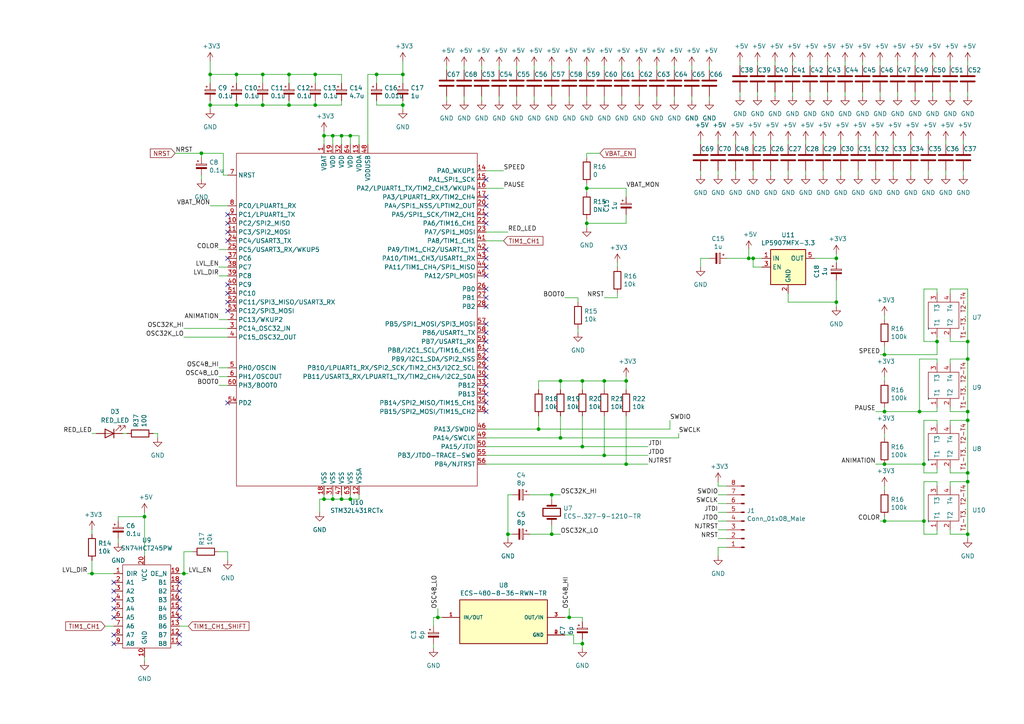
<source format=kicad_sch>
(kicad_sch (version 20231120) (generator "eeschema") (generator_version "8.0")
  (paper "A4")
  (junction (at 170.18 64.77))
  (junction (at 116.84 21.59))
  (junction (at 99.06 39.37))
  (junction (at 26.67 166.37))
  (junction (at 68.58 21.59))
  (junction (at 168.91 129.54))
  (junction (at 280.67 154.94))
  (junction (at 83.82 21.59))
  (junction (at 101.6 39.37))
  (junction (at 256.54 151.13))
  (junction (at 280.67 121.92))
  (junction (at 242.57 87.63))
  (junction (at 53.34 166.37))
  (junction (at 68.58 30.48))
  (junction (at 96.52 144.78))
  (junction (at 175.26 110.49))
  (junction (at 116.84 30.48))
  (junction (at 96.52 39.37))
  (junction (at 83.82 30.48))
  (junction (at 242.57 74.93))
  (junction (at 60.96 21.59))
  (junction (at 256.54 102.87))
  (junction (at 280.67 99.06))
  (junction (at 170.18 54.61))
  (junction (at 76.2 30.48))
  (junction (at 91.44 21.59))
  (junction (at 256.54 134.62))
  (junction (at 160.02 143.51))
  (junction (at 41.91 149.86))
  (junction (at 280.67 139.7))
  (junction (at 267.97 134.62))
  (junction (at 160.02 154.94))
  (junction (at 256.54 119.38))
  (junction (at 165.1 179.07))
  (junction (at 267.97 151.13))
  (junction (at 181.61 110.49))
  (junction (at 217.17 74.93))
  (junction (at 168.91 110.49))
  (junction (at 127 179.07))
  (junction (at 93.98 39.37))
  (junction (at 280.67 137.16))
  (junction (at 156.21 124.46))
  (junction (at 280.67 119.38))
  (junction (at 271.78 99.06))
  (junction (at 168.91 186.69))
  (junction (at 101.6 144.78))
  (junction (at 109.22 21.59))
  (junction (at 58.42 44.45))
  (junction (at 91.44 30.48))
  (junction (at 76.2 21.59))
  (junction (at 175.26 132.08))
  (junction (at 99.06 144.78))
  (junction (at 60.96 30.48))
  (junction (at 266.7 119.38))
  (junction (at 162.56 110.49))
  (junction (at 147.32 154.94))
  (junction (at 181.61 134.62))
  (junction (at 218.44 74.93))
  (junction (at 280.67 104.14))
  (junction (at 162.56 127))
  (junction (at 93.98 144.78))
  (no_connect (at 140.97 88.9))
  (no_connect (at 140.97 64.77))
  (no_connect (at 140.97 72.39))
  (no_connect (at 66.04 67.31))
  (no_connect (at 66.04 64.77))
  (no_connect (at 140.97 99.06))
  (no_connect (at 140.97 74.93))
  (no_connect (at 140.97 52.07))
  (no_connect (at 52.07 173.99))
  (no_connect (at 66.04 90.17))
  (no_connect (at 33.02 171.45))
  (no_connect (at 140.97 119.38))
  (no_connect (at 66.04 82.55))
  (no_connect (at 140.97 109.22))
  (no_connect (at 33.02 168.91))
  (no_connect (at 52.07 179.07))
  (no_connect (at 140.97 57.15))
  (no_connect (at 140.97 111.76))
  (no_connect (at 66.04 87.63))
  (no_connect (at 140.97 80.01))
  (no_connect (at 140.97 96.52))
  (no_connect (at 66.04 74.93))
  (no_connect (at 33.02 186.69))
  (no_connect (at 140.97 59.69))
  (no_connect (at 52.07 176.53))
  (no_connect (at 140.97 114.3))
  (no_connect (at 140.97 86.36))
  (no_connect (at 52.07 186.69))
  (no_connect (at 52.07 168.91))
  (no_connect (at 66.04 62.23))
  (no_connect (at 33.02 184.15))
  (no_connect (at 140.97 93.98))
  (no_connect (at 33.02 179.07))
  (no_connect (at 140.97 116.84))
  (no_connect (at 33.02 173.99))
  (no_connect (at 140.97 106.68))
  (no_connect (at 52.07 171.45))
  (no_connect (at 52.07 184.15))
  (no_connect (at 140.97 101.6))
  (no_connect (at 66.04 85.09))
  (no_connect (at 140.97 77.47))
  (no_connect (at 140.97 104.14))
  (no_connect (at 140.97 62.23))
  (no_connect (at 66.04 69.85))
  (no_connect (at 140.97 83.82))
  (no_connect (at 33.02 176.53))
  (no_connect (at 66.04 116.84))
  (wire (pts (xy 195.58 19.05) (xy 195.58 20.32)))
  (wire (pts (xy 45.72 125.73) (xy 45.72 127)))
  (wire (pts (xy 96.52 144.78) (xy 99.06 144.78)))
  (wire (pts (xy 162.56 113.03) (xy 162.56 110.49)))
  (wire (pts (xy 181.61 134.62) (xy 181.61 120.65)))
  (wire (pts (xy 129.54 27.94) (xy 129.54 29.21)))
  (wire (pts (xy 58.42 52.07) (xy 58.42 50.8)))
  (wire (pts (xy 208.28 49.53) (xy 208.28 50.8)))
  (wire (pts (xy 242.57 74.93) (xy 236.22 74.93)))
  (wire (pts (xy 271.78 153.67) (xy 271.78 154.94)))
  (wire (pts (xy 60.96 21.59) (xy 60.96 17.78)))
  (wire (pts (xy 60.96 21.59) (xy 68.58 21.59)))
  (wire (pts (xy 96.52 39.37) (xy 93.98 39.37)))
  (wire (pts (xy 168.91 129.54) (xy 187.96 129.54)))
  (wire (pts (xy 271.78 102.87) (xy 271.78 99.06)))
  (wire (pts (xy 165.1 19.05) (xy 165.1 20.32)))
  (wire (pts (xy 267.97 154.94) (xy 271.78 154.94)))
  (wire (pts (xy 168.91 186.69) (xy 168.91 185.42)))
  (wire (pts (xy 168.91 110.49) (xy 168.91 113.03)))
  (wire (pts (xy 41.91 149.86) (xy 41.91 161.29)))
  (wire (pts (xy 271.78 105.41) (xy 271.78 104.14)))
  (wire (pts (xy 149.86 27.94) (xy 149.86 29.21)))
  (wire (pts (xy 256.54 151.13) (xy 256.54 149.86)))
  (wire (pts (xy 144.78 19.05) (xy 144.78 20.32)))
  (wire (pts (xy 275.59 26.67) (xy 275.59 27.94)))
  (wire (pts (xy 127 176.53) (xy 127 179.07)))
  (wire (pts (xy 228.6 87.63) (xy 242.57 87.63)))
  (wire (pts (xy 259.08 40.64) (xy 259.08 41.91)))
  (wire (pts (xy 64.77 44.45) (xy 58.42 44.45)))
  (wire (pts (xy 109.22 21.59) (xy 109.22 24.13)))
  (wire (pts (xy 210.82 140.97) (xy 208.28 140.97)))
  (wire (pts (xy 140.97 134.62) (xy 181.61 134.62)))
  (wire (pts (xy 160.02 152.4) (xy 160.02 154.94)))
  (wire (pts (xy 280.67 154.94) (xy 280.67 156.21)))
  (wire (pts (xy 250.19 17.78) (xy 250.19 19.05)))
  (wire (pts (xy 170.18 54.61) (xy 181.61 54.61)))
  (wire (pts (xy 106.68 21.59) (xy 106.68 41.91)))
  (wire (pts (xy 175.26 132.08) (xy 187.96 132.08)))
  (wire (pts (xy 200.66 27.94) (xy 200.66 29.21)))
  (wire (pts (xy 208.28 140.97) (xy 208.28 139.7)))
  (wire (pts (xy 280.67 119.38) (xy 280.67 104.14)))
  (wire (pts (xy 168.91 179.07) (xy 165.1 179.07)))
  (wire (pts (xy 68.58 24.13) (xy 68.58 21.59)))
  (wire (pts (xy 139.7 27.94) (xy 139.7 29.21)))
  (wire (pts (xy 196.85 125.73) (xy 196.85 127)))
  (wire (pts (xy 228.6 49.53) (xy 228.6 50.8)))
  (wire (pts (xy 205.74 19.05) (xy 205.74 20.32)))
  (wire (pts (xy 269.24 40.64) (xy 269.24 41.91)))
  (wire (pts (xy 99.06 29.21) (xy 99.06 30.48)))
  (wire (pts (xy 68.58 30.48) (xy 76.2 30.48)))
  (wire (pts (xy 104.14 41.91) (xy 104.14 39.37)))
  (wire (pts (xy 160.02 144.78) (xy 160.02 143.51)))
  (wire (pts (xy 280.67 154.94) (xy 275.59 154.94)))
  (wire (pts (xy 162.56 127) (xy 196.85 127)))
  (wire (pts (xy 60.96 59.69) (xy 66.04 59.69)))
  (wire (pts (xy 181.61 113.03) (xy 181.61 110.49)))
  (wire (pts (xy 220.98 77.47) (xy 218.44 77.47)))
  (wire (pts (xy 25.4 166.37) (xy 26.67 166.37)))
  (wire (pts (xy 34.29 149.86) (xy 41.91 149.86)))
  (wire (pts (xy 271.78 104.14) (xy 266.7 104.14)))
  (wire (pts (xy 181.61 110.49) (xy 181.61 109.22)))
  (wire (pts (xy 63.5 106.68) (xy 66.04 106.68)))
  (wire (pts (xy 238.76 49.53) (xy 238.76 50.8)))
  (wire (pts (xy 147.32 154.94) (xy 147.32 143.51)))
  (wire (pts (xy 195.58 27.94) (xy 195.58 29.21)))
  (wire (pts (xy 76.2 30.48) (xy 76.2 29.21)))
  (wire (pts (xy 267.97 139.7) (xy 271.78 139.7)))
  (wire (pts (xy 147.32 156.21) (xy 147.32 154.94)))
  (wire (pts (xy 203.2 49.53) (xy 203.2 50.8)))
  (wire (pts (xy 147.32 143.51) (xy 148.59 143.51)))
  (wire (pts (xy 259.08 49.53) (xy 259.08 50.8)))
  (wire (pts (xy 156.21 124.46) (xy 156.21 120.65)))
  (wire (pts (xy 170.18 19.05) (xy 170.18 20.32)))
  (wire (pts (xy 181.61 64.77) (xy 170.18 64.77)))
  (wire (pts (xy 60.96 29.21) (xy 60.96 30.48)))
  (wire (pts (xy 270.51 26.67) (xy 270.51 27.94)))
  (wire (pts (xy 140.97 129.54) (xy 168.91 129.54)))
  (wire (pts (xy 229.87 26.67) (xy 229.87 27.94)))
  (wire (pts (xy 109.22 29.21) (xy 109.22 30.48)))
  (wire (pts (xy 264.16 40.64) (xy 264.16 41.91)))
  (wire (pts (xy 275.59 123.19) (xy 275.59 121.92)))
  (wire (pts (xy 274.32 49.53) (xy 274.32 50.8)))
  (wire (pts (xy 190.5 27.94) (xy 190.5 29.21)))
  (wire (pts (xy 213.36 40.64) (xy 213.36 41.91)))
  (wire (pts (xy 280.67 137.16) (xy 275.59 137.16)))
  (wire (pts (xy 175.26 113.03) (xy 175.26 110.49)))
  (wire (pts (xy 168.91 180.34) (xy 168.91 179.07)))
  (wire (pts (xy 162.56 110.49) (xy 168.91 110.49)))
  (wire (pts (xy 203.2 74.93) (xy 205.74 74.93)))
  (wire (pts (xy 170.18 44.45) (xy 173.99 44.45)))
  (wire (pts (xy 266.7 119.38) (xy 271.78 119.38)))
  (wire (pts (xy 83.82 24.13) (xy 83.82 21.59)))
  (wire (pts (xy 208.28 151.13) (xy 210.82 151.13)))
  (wire (pts (xy 175.26 132.08) (xy 140.97 132.08)))
  (wire (pts (xy 255.27 17.78) (xy 255.27 19.05)))
  (wire (pts (xy 140.97 69.85) (xy 146.05 69.85)))
  (wire (pts (xy 229.87 17.78) (xy 229.87 19.05)))
  (wire (pts (xy 170.18 45.72) (xy 170.18 44.45)))
  (wire (pts (xy 91.44 30.48) (xy 83.82 30.48)))
  (wire (pts (xy 128.27 179.07) (xy 127 179.07)))
  (wire (pts (xy 267.97 134.62) (xy 267.97 121.92)))
  (wire (pts (xy 238.76 40.64) (xy 238.76 41.91)))
  (wire (pts (xy 34.29 151.13) (xy 34.29 149.86)))
  (wire (pts (xy 271.78 137.16) (xy 271.78 135.89)))
  (wire (pts (xy 144.78 27.94) (xy 144.78 29.21)))
  (wire (pts (xy 165.1 27.94) (xy 165.1 29.21)))
  (wire (pts (xy 153.67 143.51) (xy 160.02 143.51)))
  (wire (pts (xy 63.5 92.71) (xy 66.04 92.71)))
  (wire (pts (xy 93.98 39.37) (xy 93.98 38.1)))
  (wire (pts (xy 180.34 19.05) (xy 180.34 20.32)))
  (wire (pts (xy 109.22 21.59) (xy 116.84 21.59)))
  (wire (pts (xy 116.84 30.48) (xy 109.22 30.48)))
  (wire (pts (xy 242.57 76.2) (xy 242.57 74.93)))
  (wire (pts (xy 270.51 17.78) (xy 270.51 19.05)))
  (wire (pts (xy 83.82 30.48) (xy 83.82 29.21)))
  (wire (pts (xy 134.62 27.94) (xy 134.62 29.21)))
  (wire (pts (xy 260.35 17.78) (xy 260.35 19.05)))
  (wire (pts (xy 170.18 64.77) (xy 170.18 66.04)))
  (wire (pts (xy 185.42 27.94) (xy 185.42 29.21)))
  (wire (pts (xy 210.82 158.75) (xy 208.28 158.75)))
  (wire (pts (xy 170.18 64.77) (xy 170.18 63.5)))
  (wire (pts (xy 203.2 74.93) (xy 203.2 77.47)))
  (wire (pts (xy 129.54 19.05) (xy 129.54 20.32)))
  (wire (pts (xy 267.97 134.62) (xy 267.97 137.16)))
  (wire (pts (xy 76.2 21.59) (xy 83.82 21.59)))
  (wire (pts (xy 214.63 17.78) (xy 214.63 19.05)))
  (wire (pts (xy 53.34 166.37) (xy 54.61 166.37)))
  (wire (pts (xy 219.71 17.78) (xy 219.71 19.05)))
  (wire (pts (xy 280.67 26.67) (xy 280.67 27.94)))
  (wire (pts (xy 275.59 97.79) (xy 275.59 99.06)))
  (wire (pts (xy 271.78 121.92) (xy 271.78 123.19)))
  (wire (pts (xy 256.54 102.87) (xy 256.54 100.33)))
  (wire (pts (xy 185.42 19.05) (xy 185.42 20.32)))
  (wire (pts (xy 267.97 83.82) (xy 271.78 83.82)))
  (wire (pts (xy 264.16 49.53) (xy 264.16 50.8)))
  (wire (pts (xy 140.97 67.31) (xy 147.32 67.31)))
  (wire (pts (xy 280.67 137.16) (xy 280.67 139.7)))
  (wire (pts (xy 234.95 17.78) (xy 234.95 19.05)))
  (wire (pts (xy 275.59 139.7) (xy 280.67 139.7)))
  (wire (pts (xy 200.66 19.05) (xy 200.66 20.32)))
  (wire (pts (xy 156.21 124.46) (xy 194.31 124.46)))
  (wire (pts (xy 267.97 99.06) (xy 267.97 83.82)))
  (wire (pts (xy 41.91 191.77) (xy 41.91 190.5)))
  (wire (pts (xy 167.64 96.52) (xy 167.64 95.25)))
  (wire (pts (xy 26.67 154.94) (xy 26.67 153.67)))
  (wire (pts (xy 243.84 49.53) (xy 243.84 50.8)))
  (wire (pts (xy 116.84 31.75) (xy 116.84 30.48)))
  (wire (pts (xy 280.67 119.38) (xy 280.67 121.92)))
  (wire (pts (xy 101.6 144.78) (xy 104.14 144.78)))
  (wire (pts (xy 275.59 17.78) (xy 275.59 19.05)))
  (wire (pts (xy 256.54 118.11) (xy 256.54 119.38)))
  (wire (pts (xy 254 49.53) (xy 254 50.8)))
  (wire (pts (xy 33.02 166.37) (xy 26.67 166.37)))
  (wire (pts (xy 175.26 86.36) (xy 179.07 86.36)))
  (wire (pts (xy 256.54 92.71) (xy 256.54 91.44)))
  (wire (pts (xy 92.71 148.59) (xy 92.71 144.78)))
  (wire (pts (xy 160.02 27.94) (xy 160.02 29.21)))
  (wire (pts (xy 26.67 162.56) (xy 26.67 166.37)))
  (wire (pts (xy 265.43 26.67) (xy 265.43 27.94)))
  (wire (pts (xy 147.32 154.94) (xy 148.59 154.94)))
  (wire (pts (xy 256.54 119.38) (xy 254 119.38)))
  (wire (pts (xy 280.67 99.06) (xy 280.67 104.14)))
  (wire (pts (xy 60.96 30.48) (xy 60.96 31.75)))
  (wire (pts (xy 208.28 40.64) (xy 208.28 41.91)))
  (wire (pts (xy 275.59 137.16) (xy 275.59 135.89)))
  (wire (pts (xy 256.54 119.38) (xy 266.7 119.38)))
  (wire (pts (xy 162.56 127) (xy 140.97 127)))
  (wire (pts (xy 60.96 30.48) (xy 68.58 30.48)))
  (wire (pts (xy 275.59 99.06) (xy 280.67 99.06)))
  (wire (pts (xy 127 179.07) (xy 125.73 179.07)))
  (wire (pts (xy 265.43 17.78) (xy 265.43 19.05)))
  (wire (pts (xy 218.44 49.53) (xy 218.44 50.8)))
  (wire (pts (xy 52.07 166.37) (xy 53.34 166.37)))
  (wire (pts (xy 203.2 40.64) (xy 203.2 41.91)))
  (wire (pts (xy 153.67 154.94) (xy 160.02 154.94)))
  (wire (pts (xy 228.6 40.64) (xy 228.6 41.91)))
  (wire (pts (xy 156.21 110.49) (xy 162.56 110.49)))
  (wire (pts (xy 256.54 134.62) (xy 267.97 134.62)))
  (wire (pts (xy 280.67 17.78) (xy 280.67 19.05)))
  (wire (pts (xy 250.19 26.67) (xy 250.19 27.94)))
  (wire (pts (xy 53.34 160.02) (xy 55.88 160.02)))
  (wire (pts (xy 68.58 21.59) (xy 76.2 21.59)))
  (wire (pts (xy 125.73 187.96) (xy 125.73 186.69)))
  (wire (pts (xy 275.59 83.82) (xy 275.59 85.09)))
  (wire (pts (xy 217.17 72.39) (xy 217.17 74.93)))
  (wire (pts (xy 256.54 142.24) (xy 256.54 140.97)))
  (wire (pts (xy 280.67 83.82) (xy 275.59 83.82)))
  (wire (pts (xy 234.95 26.67) (xy 234.95 27.94)))
  (wire (pts (xy 116.84 24.13) (xy 116.84 21.59)))
  (wire (pts (xy 99.06 144.78) (xy 99.06 143.51)))
  (wire (pts (xy 266.7 104.14) (xy 266.7 119.38)))
  (wire (pts (xy 149.86 19.05) (xy 149.86 20.32)))
  (wire (pts (xy 181.61 62.23) (xy 181.61 64.77)))
  (wire (pts (xy 275.59 140.97) (xy 275.59 139.7)))
  (wire (pts (xy 53.34 166.37) (xy 53.34 160.02)))
  (wire (pts (xy 63.5 77.47) (xy 66.04 77.47)))
  (wire (pts (xy 217.17 74.93) (xy 210.82 74.93)))
  (wire (pts (xy 175.26 110.49) (xy 181.61 110.49)))
  (wire (pts (xy 34.29 156.21) (xy 34.29 157.48)))
  (wire (pts (xy 275.59 118.11) (xy 275.59 119.38)))
  (wire (pts (xy 91.44 30.48) (xy 99.06 30.48)))
  (wire (pts (xy 218.44 40.64) (xy 218.44 41.91)))
  (wire (pts (xy 140.97 124.46) (xy 156.21 124.46)))
  (wire (pts (xy 64.77 50.8) (xy 64.77 44.45)))
  (wire (pts (xy 242.57 74.93) (xy 242.57 73.66)))
  (wire (pts (xy 280.67 83.82) (xy 280.67 99.06)))
  (wire (pts (xy 269.24 49.53) (xy 269.24 50.8)))
  (wire (pts (xy 58.42 45.72) (xy 58.42 44.45)))
  (wire (pts (xy 116.84 29.21) (xy 116.84 30.48)))
  (wire (pts (xy 245.11 26.67) (xy 245.11 27.94)))
  (wire (pts (xy 208.28 153.67) (xy 210.82 153.67)))
  (wire (pts (xy 208.28 146.05) (xy 210.82 146.05)))
  (wire (pts (xy 96.52 41.91) (xy 96.52 39.37)))
  (wire (pts (xy 180.34 27.94) (xy 180.34 29.21)))
  (wire (pts (xy 275.59 154.94) (xy 275.59 153.67)))
  (wire (pts (xy 99.06 39.37) (xy 96.52 39.37)))
  (wire (pts (xy 242.57 87.63) (xy 242.57 88.9)))
  (wire (pts (xy 146.05 54.61) (xy 140.97 54.61)))
  (wire (pts (xy 101.6 41.91) (xy 101.6 39.37)))
  (wire (pts (xy 208.28 148.59) (xy 210.82 148.59)))
  (wire (pts (xy 30.48 181.61) (xy 33.02 181.61)))
  (wire (pts (xy 50.8 44.45) (xy 58.42 44.45)))
  (wire (pts (xy 166.37 184.15) (xy 166.37 186.69)))
  (wire (pts (xy 116.84 21.59) (xy 116.84 17.78)))
  (wire (pts (xy 175.26 132.08) (xy 175.26 120.65)))
  (wire (pts (xy 160.02 19.05) (xy 160.02 20.32)))
  (wire (pts (xy 208.28 156.21) (xy 210.82 156.21)))
  (wire (pts (xy 205.74 27.94) (xy 205.74 29.21)))
  (wire (pts (xy 208.28 158.75) (xy 208.28 161.29)))
  (wire (pts (xy 170.18 54.61) (xy 170.18 55.88)))
  (wire (pts (xy 248.92 40.64) (xy 248.92 41.91)))
  (wire (pts (xy 240.03 26.67) (xy 240.03 27.94)))
  (wire (pts (xy 255.27 102.87) (xy 256.54 102.87)))
  (wire (pts (xy 181.61 134.62) (xy 187.96 134.62)))
  (wire (pts (xy 228.6 85.09) (xy 228.6 87.63)))
  (wire (pts (xy 267.97 137.16) (xy 271.78 137.16)))
  (wire (pts (xy 224.79 26.67) (xy 224.79 27.94)))
  (wire (pts (xy 175.26 19.05) (xy 175.26 20.32)))
  (wire (pts (xy 175.26 27.94) (xy 175.26 29.21)))
  (wire (pts (xy 243.84 40.64) (xy 243.84 41.91)))
  (wire (pts (xy 223.52 40.64) (xy 223.52 41.91)))
  (wire (pts (xy 41.91 148.59) (xy 41.91 149.86)))
  (wire (pts (xy 163.83 184.15) (xy 166.37 184.15)))
  (wire (pts (xy 255.27 151.13) (xy 256.54 151.13)))
  (wire (pts (xy 233.68 40.64) (xy 233.68 41.91)))
  (wire (pts (xy 279.4 40.64) (xy 279.4 41.91)))
  (wire (pts (xy 68.58 30.48) (xy 68.58 29.21)))
  (wire (pts (xy 254 134.62) (xy 256.54 134.62)))
  (wire (pts (xy 168.91 129.54) (xy 168.91 120.65)))
  (wire (pts (xy 274.32 40.64) (xy 274.32 41.91)))
  (wire (pts (xy 96.52 143.51) (xy 96.52 144.78)))
  (wire (pts (xy 44.45 125.73) (xy 45.72 125.73)))
  (wire (pts (xy 63.5 109.22) (xy 66.04 109.22)))
  (wire (pts (xy 66.04 160.02) (xy 66.04 162.56)))
  (wire (pts (xy 271.78 99.06) (xy 271.78 97.79)))
  (wire (pts (xy 66.04 50.8) (xy 64.77 50.8)))
  (wire (pts (xy 260.35 26.67) (xy 260.35 27.94)))
  (wire (pts (xy 248.92 49.53) (xy 248.92 50.8)))
  (wire (pts (xy 165.1 179.07) (xy 163.83 179.07)))
  (wire (pts (xy 267.97 121.92) (xy 271.78 121.92)))
  (wire (pts (xy 60.96 24.13) (xy 60.96 21.59)))
  (wire (pts (xy 63.5 80.01) (xy 66.04 80.01)))
  (wire (pts (xy 99.06 144.78) (xy 101.6 144.78)))
  (wire (pts (xy 271.78 83.82) (xy 271.78 85.09)))
  (wire (pts (xy 168.91 187.96) (xy 168.91 186.69)))
  (wire (pts (xy 256.54 127) (xy 256.54 125.73)))
  (wire (pts (xy 165.1 176.53) (xy 165.1 179.07)))
  (wire (pts (xy 218.44 77.47) (xy 218.44 74.93)))
  (wire (pts (xy 275.59 119.38) (xy 280.67 119.38)))
  (wire (pts (xy 220.98 74.93) (xy 218.44 74.93)))
  (wire (pts (xy 99.06 24.13) (xy 99.06 21.59)))
  (wire (pts (xy 256.54 151.13) (xy 267.97 151.13)))
  (wire (pts (xy 139.7 19.05) (xy 139.7 20.32)))
  (wire (pts (xy 101.6 143.51) (xy 101.6 144.78)))
  (wire (pts (xy 279.4 49.53) (xy 279.4 50.8)))
  (wire (pts (xy 267.97 151.13) (xy 267.97 139.7)))
  (wire (pts (xy 93.98 41.91) (xy 93.98 39.37)))
  (wire (pts (xy 170.18 53.34) (xy 170.18 54.61)))
  (wire (pts (xy 63.5 111.76) (xy 66.04 111.76)))
  (wire (pts (xy 101.6 39.37) (xy 99.06 39.37)))
  (wire (pts (xy 92.71 144.78) (xy 93.98 144.78)))
  (wire (pts (xy 214.63 26.67) (xy 214.63 27.94)))
  (wire (pts (xy 256.54 110.49) (xy 256.54 109.22)))
  (wire (pts (xy 194.31 121.92) (xy 194.31 124.46)))
  (wire (pts (xy 104.14 39.37) (xy 101.6 39.37)))
  (wire (pts (xy 271.78 119.38) (xy 271.78 118.11)))
  (wire (pts (xy 218.44 74.93) (xy 217.17 74.93)))
  (wire (pts (xy 63.5 160.02) (xy 66.04 160.02)))
  (wire (pts (xy 154.94 19.05) (xy 154.94 20.32)))
  (wire (pts (xy 271.78 139.7) (xy 271.78 140.97)))
  (wire (pts (xy 181.61 54.61) (xy 181.61 57.15)))
  (wire (pts (xy 76.2 30.48) (xy 83.82 30.48)))
  (wire (pts (xy 160.02 154.94) (xy 162.56 154.94)))
  (wire (pts (xy 254 40.64) (xy 254 41.91)))
  (wire (pts (xy 76.2 24.13) (xy 76.2 21.59)))
  (wire (pts (xy 179.07 77.47) (xy 179.07 76.2)))
  (wire (pts (xy 224.79 17.78) (xy 224.79 19.05)))
  (wire (pts (xy 53.34 95.25) (xy 66.04 95.25)))
  (wire (pts (xy 106.68 21.59) (xy 109.22 21.59)))
  (wire (pts (xy 163.83 86.36) (xy 167.64 86.36)))
  (wire (pts (xy 242.57 81.28) (xy 242.57 87.63)))
  (wire (pts (xy 63.5 72.39) (xy 66.04 72.39)))
  (wire (pts (xy 275.59 105.41) (xy 275.59 104.14)))
  (wire (pts (xy 280.67 139.7) (xy 280.67 154.94)))
  (wire (pts (xy 233.68 49.53) (xy 233.68 50.8)))
  (wire (pts (xy 53.34 97.79) (xy 66.04 97.79)))
  (wire (pts (xy 52.07 181.61) (xy 54.61 181.61)))
  (wire (pts (xy 280.67 121.92) (xy 280.67 137.16)))
  (wire (pts (xy 219.71 26.67) (xy 219.71 27.94)))
  (wire (pts (xy 99.06 21.59) (xy 91.44 21.59)))
  (wire (pts (xy 160.02 143.51) (xy 162.56 143.51)))
  (wire (pts (xy 179.07 86.36) (xy 179.07 85.09)))
  (wire (pts (xy 26.67 125.73) (xy 27.94 125.73)))
  (wire (pts (xy 125.73 179.07) (xy 125.73 181.61)))
  (wire (pts (xy 245.11 17.78) (xy 245.11 19.05)))
  (wire (pts (xy 93.98 144.78) (xy 93.98 143.51)))
  (wire (pts (xy 104.14 144.78) (xy 104.14 143.51)))
  (wire (pts (xy 208.28 143.51) (xy 210.82 143.51)))
  (wire (pts (xy 166.37 186.69) (xy 168.91 186.69)))
  (wire (pts (xy 167.64 87.63) (xy 167.64 86.36)))
  (wire (pts (xy 99.06 41.91) (xy 99.06 39.37)))
  (wire (pts (xy 83.82 21.59) (xy 91.44 21.59)))
  (wire (pts (xy 256.54 102.87) (xy 271.78 102.87)))
  (wire (pts (xy 35.56 125.73) (xy 36.83 125.73)))
  (wire (pts (xy 223.52 49.53) (xy 223.52 50.8)))
  (wire (pts (xy 190.5 19.05) (xy 190.5 20.32)))
  (wire (pts (xy 213.36 49.53) (xy 213.36 50.8)))
  (wire (pts (xy 267.97 151.13) (xy 267.97 154.94)))
  (wire (pts (xy 170.18 27.94) (xy 170.18 29.21)))
  (wire (pts (xy 162.56 120.65) (xy 162.56 127)))
  (wire (pts (xy 240.03 17.78) (xy 240.03 19.05)))
  (wire (pts (xy 91.44 21.59) (xy 91.44 24.13)))
  (wire (pts (xy 175.26 110.49) (xy 168.91 110.49)))
  (wire (pts (xy 271.78 99.06) (xy 267.97 99.06)))
  (wire (pts (xy 255.27 26.67) (xy 255.27 27.94)))
  (wire (pts (xy 140.97 49.53) (xy 146.05 49.53)))
  (wire (pts (xy 156.21 113.03) (xy 156.21 110.49)))
  (wire (pts (xy 134.62 19.05) (xy 134.62 20.32)))
  (wire (pts (xy 91.44 29.21) (xy 91.44 30.48)))
  (wire (pts (xy 154.94 27.94) (xy 154.94 29.21)))
  (wire (pts (xy 93.98 144.78) (xy 96.52 144.78)))
  (wire (pts (xy 275.59 104.14) (xy 280.67 104.14)))
  (wire (pts (xy 275.59 121.92) (xy 280.67 121.92)))
  (label "NRST" (at 55.88 44.45 180))
  (label "ANIMATION" (at 63.5 92.71 180))
  (label "OSC32K_LO" (at 53.34 97.79 180))
  (label "JTDI" (at 208.28 148.59 180))
  (label "BOOT0" (at 163.83 86.36 180))
  (label "JTDO" (at 208.28 151.13 180))
  (label "NRST" (at 208.28 156.21 180))
  (label "SWDIO" (at 208.28 143.51 180))
  (label "NRST" (at 175.26 86.36 180))
  (label "OSC48_HI" (at 165.1 176.53 90))
  (label "LVL_EN" (at 63.5 77.47 180))
  (label "OSC48_LO" (at 63.5 109.22 180))
  (label "COLOR" (at 255.27 151.13 180))
  (label "LVL_EN" (at 54.61 166.37 0))
  (label "NJTRST" (at 187.96 134.62 0))
  (label "SPEED" (at 146.05 49.53 0))
  (label "OSC48_LO" (at 127 176.53 90))
  (label "PAUSE" (at 146.05 54.61 0))
  (label "SWCLK" (at 196.85 125.73 0))
  (label "SWCLK" (at 208.28 146.05 180))
  (label "RED_LED" (at 147.32 67.31 0))
  (label "BOOT0" (at 63.5 111.76 180))
  (label "COLOR" (at 63.5 72.39 180))
  (label "NJTRST" (at 208.28 153.67 180))
  (label "OSC32K_LO" (at 162.56 154.94 0))
  (label "SPEED" (at 255.27 102.87 180))
  (label "LVL_DIR" (at 63.5 80.01 180))
  (label "RED_LED" (at 26.67 125.73 180))
  (label "OSC48_HI" (at 63.5 106.68 180))
  (label "JTDI" (at 187.96 129.54 0))
  (label "VBAT_MON" (at 181.61 54.61 0))
  (label "OSC32K_HI" (at 162.56 143.51 0))
  (label "ANIMATION" (at 254 134.62 180))
  (label "PAUSE" (at 254 119.38 180))
  (label "VBAT_MON" (at 60.96 59.69 180))
  (label "OSC32K_HI" (at 53.34 95.25 180))
  (label "JTDO" (at 187.96 132.08 0))
  (label "LVL_DIR" (at 25.4 166.37 180))
  (label "SWDIO" (at 194.31 121.92 0))
  (global_label "VBAT_EN" (shape input) (at 173.99 44.45 0) (property "Intersheetrefs" "${INTERSHEET_REFS}" (effects (hide yes))))
  (global_label "NRST" (shape input) (at 50.8 44.45 180) (property "Intersheetrefs" "${INTERSHEET_REFS}" (effects (hide yes))))
  (global_label "TIM1_CH1" (shape input) (at 30.48 181.61 180) (property "Intersheetrefs" "${INTERSHEET_REFS}" (effects (hide yes))))
  (global_label "TIM1_CH1_SHIFT" (shape input) (at 54.61 181.61 0) (property "Intersheetrefs" "${INTERSHEET_REFS}" (effects (hide yes))))
  (global_label "TIM1_CH1" (shape input) (at 146.05 69.85 0) (property "Intersheetrefs" "${INTERSHEET_REFS}" (effects (hide yes))))
  (symbol (lib_id "power:GND") (at 167.64 96.52 0) (unit 1)
    (property "Reference" "#PWR0115" (effects (hide yes)))
    (property "Value" "GND" (at 167.64 101.6 0))
  )
  (symbol (lib_id "Device:C") (at 260.35 22.86 0) (unit 1)
    (property "Reference" "C47" (at 260.35 20.32 0) (effects (justify left)))
    (property "Value" "0.1uF" (effects (hide yes)))
    (property "Footprint" "Capacitor_SMD:C_0201_0603Metric" (effects (hide yes)))
  )
  (symbol (lib_id "power:GND") (at 224.79 27.94 0) (unit 1)
    (property "Reference" "#PWR0158" (effects (hide yes)))
    (property "Value" "GND" (at 224.79 33.02 0))
  )
  (symbol (lib_id "power:GND") (at 279.4 50.8 0) (unit 1)
    (property "Reference" "#PWR0150" (effects (hide yes)))
    (property "Value" "GND" (at 279.4 55.88 0))
  )
  (symbol (lib_id "Device:R") (at 175.26 116.84 0) (unit 1)
    (property "Reference" "R21" (at 177.038 115.6716 0) (effects (justify left)))
    (property "Value" "10k" (at 177.038 117.983 0) (effects (justify left)))
    (property "Footprint" "Resistor_SMD:R_0603_1608Metric_Pad0.98x0.95mm_HandSolder" (effects (hide yes)))
    (instances (project "spudglo_v5p0_micro" (path "" (reference "R21") (unit 1))) (project "spudglo_driver_v5p0" (path "" (reference "R21") (unit 1))) (project "spudglo_business_card" (path "" (reference "R7") (unit 1))))
  )
  (symbol (lib_id "power:GND") (at 58.42 52.07 0) (unit 1)
    (property "Reference" "#PWR099" (effects (hide yes)))
    (property "Value" "GND" (at 58.42 57.15 0))
  )
  (symbol (lib_id "Device:C") (at 248.92 45.72 0) (unit 1)
    (property "Reference" "C31" (at 248.92 43.18 0) (effects (justify left)))
    (property "Value" "0.1uF" (effects (hide yes)))
    (property "Footprint" "Capacitor_SMD:C_0201_0603Metric" (effects (hide yes)))
  )
  (symbol (lib_id "Device:C") (at 279.4 45.72 0) (unit 1)
    (property "Reference" "C37" (at 279.4 43.18 0) (effects (justify left)))
    (property "Value" "0.1uF" (effects (hide yes)))
    (property "Footprint" "Capacitor_SMD:C_0201_0603Metric" (effects (hide yes)))
  )
  (symbol (lib_id "power:GND") (at 45.72 127 0) (unit 1)
    (property "Reference" "#PWR0219" (effects (hide yes)))
    (property "Value" "GND" (at 45.72 132.08 0))
  )
  (symbol (lib_id "Device:C") (at 213.36 45.72 0) (unit 1)
    (property "Reference" "C48" (at 213.36 43.18 0) (effects (justify left)))
    (property "Value" "0.1uF" (effects (hide yes)))
    (property "Footprint" "Capacitor_SMD:C_0201_0603Metric" (effects (hide yes)))
  )
  (symbol (lib_id "spudglo_driver_v3p1-rescue:+3.3V-power") (at 26.67 153.67 0) (unit 1)
    (property "Reference" "#PWR0117" (effects (hide yes)))
    (property "Value" "+3V3" (at 27.051 149.2758 0))
    (instances (project "spudglo_v5p0_micro" (path "" (reference "#PWR0117") (unit 1))) (project "spudglo_driver_v5p0" (path "" (reference "#PWR031") (unit 1))) (project "spudglo_business_card" (path "" (reference "#PWR095") (unit 1))))
  )
  (symbol (lib_id "power:+5V") (at 234.95 17.78 0) (unit 1)
    (property "Reference" "#PWR0145" (effects (hide yes)))
    (property "Value" "+5V" (at 235.331 13.3858 0))
    (instances (project "spudglo_v4p4_micro" (path "" (reference "#PWR0145") (unit 1))) (project "spudglo_driver_v5p0" (path "" (reference "#PWR0145") (unit 1)) (path "" (reference "#PWR022") (unit 1))) (project "spudglo_business_card" (path "" (reference "#PWR0161") (unit 1))))
  )
  (symbol (lib_id "power:GND") (at 280.67 156.21 0) (unit 1)
    (property "Reference" "#PWR0124" (effects (hide yes)))
    (property "Value" "GND" (at 280.67 161.29 0))
  )
  (symbol (lib_id "Device:C") (at 154.94 24.13 0) (unit 1)
    (property "Reference" "C56" (at 154.94 21.59 0) (effects (justify left)))
    (property "Value" "0.1uF" (effects (hide yes)))
    (property "Footprint" "Capacitor_SMD:C_0201_0603Metric" (effects (hide yes)))
  )
  (symbol (lib_id "power:GND") (at 92.71 148.59 0) (unit 1)
    (property "Reference" "#PWR0103" (effects (hide yes)))
    (property "Value" "GND" (at 92.71 153.67 0))
  )
  (symbol (lib_id "power:GND") (at 195.58 29.21 0) (unit 1)
    (property "Reference" "#PWR0206" (effects (hide yes)))
    (property "Value" "GND" (at 195.58 34.29 0))
  )
  (symbol (lib_id "Device:R") (at 167.64 91.44 0) (unit 1)
    (property "Reference" "R15" (at 169.418 90.2716 0) (effects (justify left)))
    (property "Value" "10k" (at 169.418 92.583 0) (effects (justify left)))
    (property "Footprint" "Resistor_SMD:R_0603_1608Metric_Pad0.98x0.95mm_HandSolder" (effects (hide yes)))
    (instances (project "spudglo_v5p0_micro" (path "" (reference "R15") (unit 1))) (project "spudglo_driver_v5p0" (path "" (reference "R13") (unit 1))) (project "spudglo_business_card" (path "" (reference "R11") (unit 1))))
  )
  (symbol (lib_id "Device:C") (at 223.52 45.72 0) (unit 1)
    (property "Reference" "C26" (at 223.52 43.18 0) (effects (justify left)))
    (property "Value" "0.1uF" (effects (hide yes)))
    (property "Footprint" "Capacitor_SMD:C_0201_0603Metric" (effects (hide yes)))
  )
  (symbol (lib_id "power:GND") (at 205.74 29.21 0) (unit 1)
    (property "Reference" "#PWR0210" (effects (hide yes)))
    (property "Value" "GND" (at 205.74 34.29 0))
  )
  (symbol (lib_id "power:GND") (at 280.67 27.94 0) (unit 1)
    (property "Reference" "#PWR0182" (effects (hide yes)))
    (property "Value" "GND" (at 280.67 33.02 0))
  )
  (symbol (lib_id "Device:R") (at 256.54 114.3 0) (unit 1)
    (property "Reference" "R16" (at 258.318 113.1316 0) (effects (justify left)))
    (property "Value" "100k" (at 258.318 115.443 0) (effects (justify left)))
    (property "Footprint" "Resistor_SMD:R_0603_1608Metric_Pad0.98x0.95mm_HandSolder" (effects (hide yes)))
    (instances (project "spudglo_v5p0_micro" (path "" (reference "R16") (unit 1))) (project "spudglo_driver_v5p0" (path "" (reference "R15") (unit 1))) (project "spudglo_business_card" (path "" (reference "R16") (unit 1))))
  )
  (symbol (lib_id "power:+5V") (at 154.94 19.05 0) (unit 1)
    (property "Reference" "#PWR0145" (effects (hide yes)))
    (property "Value" "+5V" (at 155.321 14.6558 0))
    (instances (project "spudglo_v4p4_micro" (path "" (reference "#PWR0145") (unit 1))) (project "spudglo_driver_v5p0" (path "" (reference "#PWR0145") (unit 1)) (path "" (reference "#PWR022") (unit 1))) (project "spudglo_business_card" (path "" (reference "#PWR0189") (unit 1))))
  )
  (symbol (lib_id "power:GND") (at 275.59 27.94 0) (unit 1)
    (property "Reference" "#PWR0180" (effects (hide yes)))
    (property "Value" "GND" (at 275.59 33.02 0))
  )
  (symbol (lib_id "Device:C") (at 245.11 22.86 0) (unit 1)
    (property "Reference" "C44" (at 245.11 20.32 0) (effects (justify left)))
    (property "Value" "0.1uF" (effects (hide yes)))
    (property "Footprint" "Capacitor_SMD:C_0201_0603Metric" (effects (hide yes)))
  )
  (symbol (lib_id "Device:C") (at 255.27 22.86 0) (unit 1)
    (property "Reference" "C46" (at 255.27 20.32 0) (effects (justify left)))
    (property "Value" "0.1uF" (effects (hide yes)))
    (property "Footprint" "Capacitor_SMD:C_0201_0603Metric" (effects (hide yes)))
  )
  (symbol (lib_id "power:GND") (at 233.68 50.8 0) (unit 1)
    (property "Reference" "#PWR0132" (effects (hide yes)))
    (property "Value" "GND" (at 233.68 55.88 0))
  )
  (symbol (lib_id "Device:R") (at 162.56 116.84 0) (unit 1)
    (property "Reference" "R19" (at 164.338 115.6716 0) (effects (justify left)))
    (property "Value" "10k" (at 164.338 117.983 0) (effects (justify left)))
    (property "Footprint" "Resistor_SMD:R_0603_1608Metric_Pad0.98x0.95mm_HandSolder" (effects (hide yes)))
    (instances (project "spudglo_v5p0_micro" (path "" (reference "R19") (unit 1))) (project "spudglo_driver_v5p0" (path "" (reference "R19") (unit 1))) (project "spudglo_business_card" (path "" (reference "R5") (unit 1))))
  )
  (symbol (lib_id "power:+5V") (at 41.91 148.59 0) (unit 1)
    (property "Reference" "#PWR0118" (effects (hide yes)))
    (property "Value" "+5V" (at 42.291 144.1958 0))
    (instances (project "spudglo_v5p0_micro" (path "" (reference "#PWR0118") (unit 1))) (project "spudglo_driver_v5p0" (path "" (reference "#PWR033") (unit 1))) (project "spudglo_business_card" (path "" (reference "#PWR097") (unit 1))))
  )
  (symbol (lib_id "spudglo_driver_v3p1-rescue:CP_Small-Device") (at 151.13 154.94 270) (unit 1)
    (property "Reference" "C5" (at 151.13 149.225 90))
    (property "Value" "8p" (at 151.13 151.5364 90))
    (property "Footprint" "Capacitor_SMD:C_0603_1608Metric_Pad1.08x0.95mm_HandSolder" (effects (hide yes)))
    (instances (project "spudglo_v5p0_micro" (path "" (reference "C5") (unit 1))) (project "spudglo_driver_v5p0" (path "" (reference "C5") (unit 1))) (project "spudglo_business_card" (path "" (reference "C20") (unit 1))))
  )
  (symbol (lib_id "spudglo_driver_v3p1-rescue:+3.3V-power") (at 256.54 109.22 0) (unit 1)
    (property "Reference" "#PWR0127" (effects (hide yes)))
    (property "Value" "+3V3" (at 256.921 104.8258 0))
    (instances (project "spudglo_v5p0_micro" (path "" (reference "#PWR0127") (unit 1))) (project "spudglo_driver_v5p0" (path "" (reference "#PWR029") (unit 1))) (project "spudglo_business_card" (path "" (reference "#PWR0123") (unit 1))))
  )
  (symbol (lib_id "power:GND") (at 203.2 77.47 0) (unit 1)
    (property "Reference" "#PWR0125" (effects (hide yes)))
    (property "Value" "GND" (at 203.2 82.55 0))
  )
  (symbol (lib_id "srw:MCSLPT4848C3DTR") (at 269.24 151.13 90) (unit 1)
    (property "Reference" "U10" (at 281.94 147.955 90) (effects (justify right)))
    (property "Value" "~" (at 269.24 151.13 0))
    (property "Footprint" "srw_custom:MCSLPT4848C3DTR" (effects (hide yes)))
  )
  (symbol (lib_id "srw:MCSLPT4848C3DTR") (at 269.24 95.25 90) (unit 1)
    (property "Reference" "U7" (at 281.94 92.075 90) (effects (justify right)))
    (property "Value" "~" (at 269.24 95.25 0))
    (property "Footprint" "srw_custom:MCSLPT4848C3DTR" (effects (hide yes)))
  )
  (symbol (lib_id "Device:C") (at 190.5 24.13 0) (unit 1)
    (property "Reference" "C63" (at 190.5 21.59 0) (effects (justify left)))
    (property "Value" "0.1uF" (effects (hide yes)))
    (property "Footprint" "Capacitor_SMD:C_0201_0603Metric" (effects (hide yes)))
  )
  (symbol (lib_id "spudglo_driver_v3p1-rescue:+3.3V-power") (at 256.54 91.44 0) (unit 1)
    (property "Reference" "#PWR0127" (effects (hide yes)))
    (property "Value" "+3V3" (at 256.921 87.0458 0))
    (instances (project "spudglo_v5p0_micro" (path "" (reference "#PWR0127") (unit 1))) (project "spudglo_driver_v5p0" (path "" (reference "#PWR029") (unit 1))) (project "spudglo_business_card" (path "" (reference "#PWR0118") (unit 1))))
  )
  (symbol (lib_id "spudglo_driver_v3p1-rescue:+3.3V-power") (at 242.57 73.66 0) (unit 1)
    (property "Reference" "#PWR0143" (effects (hide yes)))
    (property "Value" "+3V3" (at 242.951 69.2658 0))
    (instances (project "spudglo_v4p4_micro" (path "" (reference "#PWR0143") (unit 1))) (project "spudglo_driver_v5p0" (path "" (reference "#PWR0143") (unit 1)) (path "" (reference "#PWR023") (unit 1))) (project "spudglo_business_card" (path "" (reference "#PWR0121") (unit 1))))
  )
  (symbol (lib_id "power:GND") (at 175.26 29.21 0) (unit 1)
    (property "Reference" "#PWR0198" (effects (hide yes)))
    (property "Value" "GND" (at 175.26 34.29 0))
  )
  (symbol (lib_id "Device:Crystal") (at 160.02 148.59 270) (unit 1)
    (property "Reference" "U7" (at 163.3474 147.4216 90) (effects (justify left)))
    (property "Value" "ECS-.327-9-1210-TR" (at 163.3474 149.733 90) (effects (justify left)))
    (property "Footprint" "srw_custom:XTAL_ECS-.327-9-1210-TR" (effects (hide yes)))
    (instances (project "spudglo_v5p0_micro" (path "" (reference "U7") (unit 1))) (project "spudglo_driver_v5p0" (path "" (reference "U7") (unit 1))) (project "spudglo_business_card" (path "" (reference "U5") (unit 1))))
  )
  (symbol (lib_id "Device:R") (at 181.61 116.84 0) (unit 1)
    (property "Reference" "R22" (at 183.388 115.6716 0) (effects (justify left)))
    (property "Value" "10k" (at 183.388 117.983 0) (effects (justify left)))
    (property "Footprint" "Resistor_SMD:R_0603_1608Metric_Pad0.98x0.95mm_HandSolder" (effects (hide yes)))
    (instances (project "spudglo_v5p0_micro" (path "" (reference "R22") (unit 1))) (project "spudglo_driver_v5p0" (path "" (reference "R22") (unit 1))) (project "spudglo_business_card" (path "" (reference "R8") (unit 1))))
  )
  (symbol (lib_id "Device:C") (at 134.62 24.13 0) (unit 1)
    (property "Reference" "C68" (at 134.62 21.59 0) (effects (justify left)))
    (property "Value" "0.1uF" (effects (hide yes)))
    (property "Footprint" "Capacitor_SMD:C_0201_0603Metric" (effects (hide yes)))
  )
  (symbol (lib_id "spudglo_driver_v3p1-rescue:CP_Small-Device") (at 68.58 26.67 0) (unit 1)
    (property "Reference" "C10" (at 70.8152 25.5016 0) (effects (justify left)))
    (property "Value" "0.1u" (at 70.8152 27.813 0) (effects (justify left)))
    (property "Footprint" "Capacitor_SMD:C_0603_1608Metric_Pad1.08x0.95mm_HandSolder" (effects (hide yes)))
    (instances (project "spudglo_v5p0_micro" (path "" (reference "C10") (unit 1))) (project "spudglo_driver_v5p0" (path "" (reference "C10") (unit 1))) (project "spudglo_business_card" (path "" (reference "C11") (unit 1))))
  )
  (symbol (lib_id "power:+5V") (at 195.58 19.05 0) (unit 1)
    (property "Reference" "#PWR0145" (effects (hide yes)))
    (property "Value" "+5V" (at 195.961 14.6558 0))
    (instances (project "spudglo_v4p4_micro" (path "" (reference "#PWR0145") (unit 1))) (project "spudglo_driver_v5p0" (path "" (reference "#PWR0145") (unit 1)) (path "" (reference "#PWR022") (unit 1))) (project "spudglo_business_card" (path "" (reference "#PWR0205") (unit 1))))
  )
  (symbol (lib_id "power:GND") (at 229.87 27.94 0) (unit 1)
    (property "Reference" "#PWR0160" (effects (hide yes)))
    (property "Value" "GND" (at 229.87 33.02 0))
  )
  (symbol (lib_id "spudglo_driver_v3p1-rescue:CP_Small-Device") (at 168.91 182.88 0) (unit 1)
    (property "Reference" "C7" (at 163.195 182.88 90))
    (property "Value" "6p" (at 165.5064 182.88 90))
    (property "Footprint" "Capacitor_SMD:C_0603_1608Metric_Pad1.08x0.95mm_HandSolder" (effects (hide yes)))
    (instances (project "spudglo_v5p0_micro" (path "" (reference "C7") (unit 1))) (project "spudglo_driver_v5p0" (path "" (reference "C7") (unit 1))) (project "spudglo_business_card" (path "" (reference "C21") (unit 1))))
  )
  (symbol (lib_id "Device:C") (at 264.16 45.72 0) (unit 1)
    (property "Reference" "C34" (at 264.16 43.18 0) (effects (justify left)))
    (property "Value" "0.1uF" (effects (hide yes)))
    (property "Footprint" "Capacitor_SMD:C_0201_0603Metric" (effects (hide yes)))
  )
  (symbol (lib_id "spudglo_driver_v3p1-rescue:CP_Small-Device") (at 60.96 26.67 0) (unit 1)
    (property "Reference" "C9" (at 63.1952 25.5016 0) (effects (justify left)))
    (property "Value" "0.1u" (at 63.1952 27.813 0) (effects (justify left)))
    (property "Footprint" "Capacitor_SMD:C_0603_1608Metric_Pad1.08x0.95mm_HandSolder" (effects (hide yes)))
    (instances (project "spudglo_v5p0_micro" (path "" (reference "C9") (unit 1))) (project "spudglo_driver_v5p0" (path "" (reference "C9") (unit 1))) (project "spudglo_business_card" (path "" (reference "C10") (unit 1))))
  )
  (symbol (lib_id "spudglo_driver_v3p1-rescue:STM32L431RCTx-MCU_ST_STM32L4") (at 77.47 71.12 0) (unit 1)
    (property "Reference" "U10" (at 103.505 145.7706 0))
    (property "Value" "STM32L431RCTx" (at 103.505 148.082 0))
    (property "Footprint" "Package_QFP:LQFP-64_10x10mm_P0.5mm" (effects (hide yes)))
    (property "Datasheet" "http://www.st.com/st-web-ui/static/active/en/resource/technical/document/datasheet/DM00257211.pdf" (effects (hide yes)))
    (instances (project "spudglo_v5p0_micro" (path "" (reference "U10") (unit 1))) (project "spudglo_driver_v5p0" (path "" (reference "U10") (unit 1))) (project "spudglo_business_card" (path "" (reference "U3") (unit 1))))
  )
  (symbol (lib_id "Device:C") (at 259.08 45.72 0) (unit 1)
    (property "Reference" "C33" (at 259.08 43.18 0) (effects (justify left)))
    (property "Value" "0.1uF" (effects (hide yes)))
    (property "Footprint" "Capacitor_SMD:C_0201_0603Metric" (effects (hide yes)))
  )
  (symbol (lib_id "power:+5V") (at 165.1 19.05 0) (unit 1)
    (property "Reference" "#PWR0145" (effects (hide yes)))
    (property "Value" "+5V" (at 165.481 14.6558 0))
    (instances (project "spudglo_v4p4_micro" (path "" (reference "#PWR0145") (unit 1))) (project "spudglo_driver_v5p0" (path "" (reference "#PWR0145") (unit 1)) (path "" (reference "#PWR022") (unit 1))) (project "spudglo_business_card" (path "" (reference "#PWR0193") (unit 1))))
  )
  (symbol (lib_id "Device:C") (at 208.28 45.72 0) (unit 1)
    (property "Reference" "C70" (at 208.28 43.18 0) (effects (justify left)))
    (property "Value" "0.1uF" (effects (hide yes)))
    (property "Footprint" "Capacitor_SMD:C_0201_0603Metric" (effects (hide yes)))
  )
  (symbol (lib_id "power:+5V") (at 229.87 17.78 0) (unit 1)
    (property "Reference" "#PWR0145" (effects (hide yes)))
    (property "Value" "+5V" (at 230.251 13.3858 0))
    (instances (project "spudglo_v4p4_micro" (path "" (reference "#PWR0145") (unit 1))) (project "spudglo_driver_v5p0" (path "" (reference "#PWR0145") (unit 1)) (path "" (reference "#PWR022") (unit 1))) (project "spudglo_business_card" (path "" (reference "#PWR0159") (unit 1))))
  )
  (symbol (lib_id "power:GND") (at 149.86 29.21 0) (unit 1)
    (property "Reference" "#PWR0188" (effects (hide yes)))
    (property "Value" "GND" (at 149.86 34.29 0))
  )
  (symbol (lib_id "power:GND") (at 41.91 191.77 0) (unit 1)
    (property "Reference" "#PWR098" (effects (hide yes)))
    (property "Value" "GND" (at 41.91 196.85 0))
  )
  (symbol (lib_id "Device:R") (at 170.18 59.69 0) (unit 1)
    (property "Reference" "R15" (at 171.958 58.5216 0) (effects (justify left)))
    (property "Value" "DNI" (at 171.958 60.833 0) (effects (justify left)))
    (property "Footprint" "Resistor_SMD:R_0603_1608Metric_Pad0.98x0.95mm_HandSolder" (effects (hide yes)))
    (instances (project "spudglo_v5p0_micro" (path "" (reference "R15") (unit 1))) (project "spudglo_driver_v5p0" (path "" (reference "R13") (unit 1))) (project "spudglo_business_card" (path "" (reference "R9") (unit 1))))
  )
  (symbol (lib_id "power:GND") (at 228.6 50.8 0) (unit 1)
    (property "Reference" "#PWR0130" (effects (hide yes)))
    (property "Value" "GND" (at 228.6 55.88 0))
  )
  (symbol (lib_id "spudglo_driver_v3p1-rescue:+3.3V-power") (at 116.84 17.78 0) (unit 1)
    (property "Reference" "#PWR0122" (effects (hide yes)))
    (property "Value" "+3V3" (at 117.221 13.3858 0))
    (instances (project "spudglo_v5p0_micro" (path "" (reference "#PWR0122") (unit 1))) (project "spudglo_driver_v5p0" (path "" (reference "#PWR0122") (unit 1))) (project "spudglo_business_card" (path "" (reference "#PWR0105") (unit 1))))
  )
  (symbol (lib_id "spudglo_driver_v3p1-rescue:ECS-480-8-36-RWN-TR-ECS-480-8-36-RWN-TR") (at 146.05 181.61 0) (unit 1)
    (property "Reference" "U8" (at 146.05 169.7482 0))
    (property "Value" "ECS-480-8-36-RWN-TR" (at 146.05 172.0596 0))
    (property "Footprint" "srw_custom:XTAL_ECS-480-8-36-RWN-TR" (effects (hide yes)))
    (property "MF" "ECS INC" (effects (hide yes)))
    (property "DESCRIPTION" "The minature ECX-2236 is a compact SMD Crystal. The industry standard 2.5 x 2.0 x 0.55 mm ceramic package is ideal for today’s SMD manufacturing environment." (effects (hide yes)))
    (property "STANDARD" "Manufacturer Recommendation" (effects (hide yes)))
    (property "MP" "ECX-2236" (effects (hide yes)))
    (property "PACKAGE" "SMD-4 ECX" (effects (hide yes)))
    (property "AVAILABILITY" "Good" (effects (hide yes)))
    (property "PARTREV" "2017" (effects (hide yes)))
    (instances (project "spudglo_v5p0_micro" (path "" (reference "U8") (unit 1))) (project "spudglo_driver_v5p0" (path "" (reference "U8") (unit 1))) (project "spudglo_business_card" (path "" (reference "U4") (unit 1))))
  )
  (symbol (lib_id "Device:C") (at 139.7 24.13 0) (unit 1)
    (property "Reference" "C53" (at 139.7 21.59 0) (effects (justify left)))
    (property "Value" "0.1uF" (effects (hide yes)))
    (property "Footprint" "Capacitor_SMD:C_0201_0603Metric" (effects (hide yes)))
  )
  (symbol (lib_id "power:+5V") (at 219.71 17.78 0) (unit 1)
    (property "Reference" "#PWR0145" (effects (hide yes)))
    (property "Value" "+5V" (at 220.091 13.3858 0))
    (instances (project "spudglo_v4p4_micro" (path "" (reference "#PWR0145") (unit 1))) (project "spudglo_driver_v5p0" (path "" (reference "#PWR0145") (unit 1)) (path "" (reference "#PWR022") (unit 1))) (project "spudglo_business_card" (path "" (reference "#PWR0155") (unit 1))))
  )
  (symbol (lib_id "srw:MCSLPT4848C3DTR") (at 269.24 115.57 90) (unit 1)
    (property "Reference" "U9" (at 281.94 112.395 90) (effects (justify right)))
    (property "Value" "~" (at 269.24 115.57 0))
    (property "Footprint" "srw_custom:MCSLPT4848C3DTR" (effects (hide yes)))
  )
  (symbol (lib_id "power:GND") (at 185.42 29.21 0) (unit 1)
    (property "Reference" "#PWR0202" (effects (hide yes)))
    (property "Value" "GND" (at 185.42 34.29 0))
  )
  (symbol (lib_id "power:GND") (at 250.19 27.94 0) (unit 1)
    (property "Reference" "#PWR0168" (effects (hide yes)))
    (property "Value" "GND" (at 250.19 33.02 0))
  )
  (symbol (lib_id "Device:C") (at 160.02 24.13 0) (unit 1)
    (property "Reference" "C57" (at 160.02 21.59 0) (effects (justify left)))
    (property "Value" "0.1uF" (effects (hide yes)))
    (property "Footprint" "Capacitor_SMD:C_0201_0603Metric" (effects (hide yes)))
  )
  (symbol (lib_id "power:+5V") (at 269.24 40.64 0) (unit 1)
    (property "Reference" "#PWR0145" (effects (hide yes)))
    (property "Value" "+5V" (at 269.621 36.2458 0))
    (instances (project "spudglo_v4p4_micro" (path "" (reference "#PWR0145") (unit 1))) (project "spudglo_driver_v5p0" (path "" (reference "#PWR0145") (unit 1)) (path "" (reference "#PWR022") (unit 1))) (project "spudglo_business_card" (path "" (reference "#PWR0145") (unit 1))))
  )
  (symbol (lib_id "power:GND") (at 165.1 29.21 0) (unit 1)
    (property "Reference" "#PWR0194" (effects (hide yes)))
    (property "Value" "GND" (at 165.1 34.29 0))
  )
  (symbol (lib_id "power:GND") (at 129.54 29.21 0) (unit 1)
    (property "Reference" "#PWR0212" (effects (hide yes)))
    (property "Value" "GND" (at 129.54 34.29 0))
  )
  (symbol (lib_id "power:+5V") (at 265.43 17.78 0) (unit 1)
    (property "Reference" "#PWR0145" (effects (hide yes)))
    (property "Value" "+5V" (at 265.811 13.3858 0))
    (instances (project "spudglo_v4p4_micro" (path "" (reference "#PWR0145") (unit 1))) (project "spudglo_driver_v5p0" (path "" (reference "#PWR0145") (unit 1)) (path "" (reference "#PWR022") (unit 1))) (project "spudglo_business_card" (path "" (reference "#PWR0175") (unit 1))))
  )
  (symbol (lib_id "Device:C") (at 269.24 45.72 0) (unit 1)
    (property "Reference" "C35" (at 269.24 43.18 0) (effects (justify left)))
    (property "Value" "0.1uF" (effects (hide yes)))
    (property "Footprint" "Capacitor_SMD:C_0201_0603Metric" (effects (hide yes)))
  )
  (symbol (lib_id "spudglo_driver_v3p1-rescue:CP_Small-Device") (at 208.28 74.93 270) (unit 1)
    (property "Reference" "C15" (at 208.28 69.215 90))
    (property "Value" "1u" (at 208.28 71.5264 90))
    (property "Footprint" "Capacitor_SMD:C_0603_1608Metric_Pad1.08x0.95mm_HandSolder" (effects (hide yes)))
    (instances (project "spudglo_v4p4_micro" (path "" (reference "C15") (unit 1))) (project "spudglo_driver_v5p0" (path "" (reference "C15") (unit 1)) (path "" (reference "C15") (unit 1))) (project "spudglo_business_card" (path "" (reference "C22") (unit 1))))
  )
  (symbol (lib_id "power:GND") (at 242.57 88.9 0) (unit 1)
    (property "Reference" "#PWR0122" (effects (hide yes)))
    (property "Value" "GND" (at 242.57 93.98 0))
  )
  (symbol (lib_id "Device:C") (at 228.6 45.72 0) (unit 1)
    (property "Reference" "C27" (at 228.6 43.18 0) (effects (justify left)))
    (property "Value" "0.1uF" (effects (hide yes)))
    (property "Footprint" "Capacitor_SMD:C_0201_0603Metric" (effects (hide yes)))
  )
  (symbol (lib_id "Device:C") (at 219.71 22.86 0) (unit 1)
    (property "Reference" "C39" (at 219.71 20.32 0) (effects (justify left)))
    (property "Value" "0.1uF" (effects (hide yes)))
    (property "Footprint" "Capacitor_SMD:C_0201_0603Metric" (effects (hide yes)))
  )
  (symbol (lib_id "power:GND") (at 180.34 29.21 0) (unit 1)
    (property "Reference" "#PWR0200" (effects (hide yes)))
    (property "Value" "GND" (at 180.34 34.29 0))
  )
  (symbol (lib_id "power:GND") (at 203.2 50.8 0) (unit 1)
    (property "Reference" "#PWR0216" (effects (hide yes)))
    (property "Value" "GND" (at 203.2 55.88 0))
  )
  (symbol (lib_id "power:GND") (at 144.78 29.21 0) (unit 1)
    (property "Reference" "#PWR0186" (effects (hide yes)))
    (property "Value" "GND" (at 144.78 34.29 0))
  )
  (symbol (lib_id "srw:MCSLPT4848C3DTR") (at 269.24 133.35 90) (unit 1)
    (property "Reference" "U8" (at 281.94 130.175 90) (effects (justify right)))
    (property "Value" "~" (at 269.24 133.35 0))
    (property "Footprint" "srw_custom:MCSLPT4848C3DTR" (effects (hide yes)))
  )
  (symbol (lib_id "spudglo_driver_v3p1-rescue:+3.3V-power") (at 93.98 38.1 0) (unit 1)
    (property "Reference" "#PWR0123" (effects (hide yes)))
    (property "Value" "+3V3" (at 94.361 33.7058 0))
    (instances (project "spudglo_v5p0_micro" (path "" (reference "#PWR0123") (unit 1))) (project "spudglo_driver_v5p0" (path "" (reference "#PWR0123") (unit 1))) (project "spudglo_business_card" (path "" (reference "#PWR0104") (unit 1))))
  )
  (symbol (lib_id "power:GND") (at 190.5 29.21 0) (unit 1)
    (property "Reference" "#PWR0204" (effects (hide yes)))
    (property "Value" "GND" (at 190.5 34.29 0))
  )
  (symbol (lib_id "power:GND") (at 170.18 66.04 0) (unit 1)
    (property "Reference" "#PWR0113" (effects (hide yes)))
    (property "Value" "GND" (at 170.18 71.12 0))
  )
  (symbol (lib_id "Regulator_Linear:LP5907MFX-3.3") (at 228.6 77.47 0) (unit 1)
    (property "Reference" "U11" (at 228.6 68.1482 0))
    (property "Value" "LP5907MFX-3.3" (at 228.6 70.4596 0))
    (property "Footprint" "Package_TO_SOT_SMD:SOT-23-5" (effects (hide yes)))
    (property "Datasheet" "http://www.ti.com/lit/ds/symlink/lp5907.pdf" (effects (hide yes)))
    (instances (project "spudglo_v4p4_micro" (path "" (reference "U11") (unit 1))) (project "spudglo_driver_v5p0" (path "" (reference "U11") (unit 1)) (path "" (reference "U11") (unit 1))) (project "spudglo_business_card" (path "" (reference "U6") (unit 1))))
  )
  (symbol (lib_id "power:+5V") (at 270.51 17.78 0) (unit 1)
    (property "Reference" "#PWR0145" (effects (hide yes)))
    (property "Value" "+5V" (at 270.891 13.3858 0))
    (instances (project "spudglo_v4p4_micro" (path "" (reference "#PWR0145") (unit 1))) (project "spudglo_driver_v5p0" (path "" (reference "#PWR0145") (unit 1)) (path "" (reference "#PWR022") (unit 1))) (project "spudglo_business_card" (path "" (reference "#PWR0177") (unit 1))))
  )
  (symbol (lib_id "Device:R") (at 59.69 160.02 90) (unit 1)
    (property "Reference" "R17" (at 58.5216 158.242 0) (effects (justify left)))
    (property "Value" "10k" (at 60.833 158.242 0) (effects (justify left)))
    (property "Footprint" "Resistor_SMD:R_0603_1608Metric_Pad0.98x0.95mm_HandSolder" (effects (hide yes)))
    (instances (project "spudglo_v5p0_micro" (path "" (reference "R17") (unit 1))) (project "spudglo_driver_v5p0" (path "" (reference "R17") (unit 1))) (project "spudglo_business_card" (path "" (reference "R3") (unit 1))))
  )
  (symbol (lib_id "power:GND") (at 254 50.8 0) (unit 1)
    (property "Reference" "#PWR0140" (effects (hide yes)))
    (property "Value" "GND" (at 254 55.88 0))
  )
  (symbol (lib_id "power:+5V") (at 240.03 17.78 0) (unit 1)
    (property "Reference" "#PWR0145" (effects (hide yes)))
    (property "Value" "+5V" (at 240.411 13.3858 0))
    (instances (project "spudglo_v4p4_micro" (path "" (reference "#PWR0145") (unit 1))) (project "spudglo_driver_v5p0" (path "" (reference "#PWR0145") (unit 1)) (path "" (reference "#PWR022") (unit 1))) (project "spudglo_business_card" (path "" (reference "#PWR0163") (unit 1))))
  )
  (symbol (lib_id "power:GND") (at 265.43 27.94 0) (unit 1)
    (property "Reference" "#PWR0176" (effects (hide yes)))
    (property "Value" "GND" (at 265.43 33.02 0))
  )
  (symbol (lib_id "Device:C") (at 185.42 24.13 0) (unit 1)
    (property "Reference" "C62" (at 185.42 21.59 0) (effects (justify left)))
    (property "Value" "0.1uF" (effects (hide yes)))
    (property "Footprint" "Capacitor_SMD:C_0201_0603Metric" (effects (hide yes)))
  )
  (symbol (lib_id "Device:C") (at 229.87 22.86 0) (unit 1)
    (property "Reference" "C41" (at 229.87 20.32 0) (effects (justify left)))
    (property "Value" "0.1uF" (effects (hide yes)))
    (property "Footprint" "Capacitor_SMD:C_0201_0603Metric" (effects (hide yes)))
  )
  (symbol (lib_id "Device:C") (at 274.32 45.72 0) (unit 1)
    (property "Reference" "C36" (at 274.32 43.18 0) (effects (justify left)))
    (property "Value" "0.1uF" (effects (hide yes)))
    (property "Footprint" "Capacitor_SMD:C_0201_0603Metric" (effects (hide yes)))
  )
  (symbol (lib_id "spudglo_driver_v3p1-rescue:+3.3V-power") (at 179.07 76.2 0) (unit 1)
    (property "Reference" "#PWR0127" (effects (hide yes)))
    (property "Value" "+3V3" (at 179.451 71.8058 0))
    (instances (project "spudglo_v5p0_micro" (path "" (reference "#PWR0127") (unit 1))) (project "spudglo_driver_v5p0" (path "" (reference "#PWR029") (unit 1))) (project "spudglo_business_card" (path "" (reference "#PWR0116") (unit 1))))
  )
  (symbol (lib_id "Device:R") (at 168.91 116.84 0) (unit 1)
    (property "Reference" "R20" (at 170.688 115.6716 0) (effects (justify left)))
    (property "Value" "10k" (at 170.688 117.983 0) (effects (justify left)))
    (property "Footprint" "Resistor_SMD:R_0603_1608Metric_Pad0.98x0.95mm_HandSolder" (effects (hide yes)))
    (instances (project "spudglo_v5p0_micro" (path "" (reference "R20") (unit 1))) (project "spudglo_driver_v5p0" (path "" (reference "R20") (unit 1))) (project "spudglo_business_card" (path "" (reference "R6") (unit 1))))
  )
  (symbol (lib_id "Device:C") (at 224.79 22.86 0) (unit 1)
    (property "Reference" "C40" (at 224.79 20.32 0) (effects (justify left)))
    (property "Value" "0.1uF" (effects (hide yes)))
    (property "Footprint" "Capacitor_SMD:C_0201_0603Metric" (effects (hide yes)))
  )
  (symbol (lib_id "Device:R") (at 156.21 116.84 0) (unit 1)
    (property "Reference" "R18" (at 157.988 115.6716 0) (effects (justify left)))
    (property "Value" "10k" (at 157.988 117.983 0) (effects (justify left)))
    (property "Footprint" "Resistor_SMD:R_0603_1608Metric_Pad0.98x0.95mm_HandSolder" (effects (hide yes)))
    (instances (project "spudglo_v5p0_micro" (path "" (reference "R18") (unit 1))) (project "spudglo_driver_v5p0" (path "" (reference "R18") (unit 1))) (project "spudglo_business_card" (path "" (reference "R4") (unit 1))))
  )
  (symbol (lib_id "power:+5V") (at 228.6 40.64 0) (unit 1)
    (property "Reference" "#PWR0145" (effects (hide yes)))
    (property "Value" "+5V" (at 228.981 36.2458 0))
    (instances (project "spudglo_v4p4_micro" (path "" (reference "#PWR0145") (unit 1))) (project "spudglo_driver_v5p0" (path "" (reference "#PWR0145") (unit 1)) (path "" (reference "#PWR022") (unit 1))) (project "spudglo_business_card" (path "" (reference "#PWR0129") (unit 1))))
  )
  (symbol (lib_id "Device:LED") (at 31.75 125.73 180) (unit 1)
    (property "Reference" "D3" (at 33.3375 119.38 0))
    (property "Value" "RED_LED" (at 33.3375 121.92 0))
    (property "Footprint" "LED_SMD:LED_0603_1608Metric" (effects (hide yes)))
    (property "Datasheet" "C389517" (effects (hide yes)))
    (instances (project "spudglo_v4p4_micro" (path "" (reference "D3") (unit 1))) (project "spudglo_driver_v5p0" (path "" (reference "D3") (unit 1))) (project "spudglo_business_card" (path "" (reference "D47") (unit 1))))
  )
  (symbol (lib_id "power:+5V") (at 149.86 19.05 0) (unit 1)
    (property "Reference" "#PWR0145" (effects (hide yes)))
    (property "Value" "+5V" (at 150.241 14.6558 0))
    (instances (project "spudglo_v4p4_micro" (path "" (reference "#PWR0145") (unit 1))) (project "spudglo_driver_v5p0" (path "" (reference "#PWR0145") (unit 1)) (path "" (reference "#PWR022") (unit 1))) (project "spudglo_business_card" (path "" (reference "#PWR0187") (unit 1))))
  )
  (symbol (lib_id "power:+5V") (at 217.17 72.39 0) (unit 1)
    (property "Reference" "#PWR0145" (effects (hide yes)))
    (property "Value" "+5V" (at 217.551 67.9958 0))
    (instances (project "spudglo_v4p4_micro" (path "" (reference "#PWR0145") (unit 1))) (project "spudglo_driver_v5p0" (path "" (reference "#PWR0145") (unit 1)) (path "" (reference "#PWR022") (unit 1))) (project "spudglo_business_card" (path "" (reference "#PWR0120") (unit 1))))
  )
  (symbol (lib_id "power:+5V") (at 129.54 19.05 0) (unit 1)
    (property "Reference" "#PWR0145" (effects (hide yes)))
    (property "Value" "+5V" (at 129.921 14.6558 0))
    (instances (project "spudglo_v4p4_micro" (path "" (reference "#PWR0145") (unit 1))) (project "spudglo_driver_v5p0" (path "" (reference "#PWR0145") (unit 1)) (path "" (reference "#PWR022") (unit 1))) (project "spudglo_business_card" (path "" (reference "#PWR0211") (unit 1))))
  )
  (symbol (lib_id "power:GND") (at 200.66 29.21 0) (unit 1)
    (property "Reference" "#PWR0208" (effects (hide yes)))
    (property "Value" "GND" (at 200.66 34.29 0))
  )
  (symbol (lib_id "power:GND") (at 208.28 50.8 0) (unit 1)
    (property "Reference" "#PWR0218" (effects (hide yes)))
    (property "Value" "GND" (at 208.28 55.88 0))
  )
  (symbol (lib_id "power:GND") (at 264.16 50.8 0) (unit 1)
    (property "Reference" "#PWR0144" (effects (hide yes)))
    (property "Value" "GND" (at 264.16 55.88 0))
  )
  (symbol (lib_id "spudglo_driver_v3p1-rescue:CP_Small-Device") (at 58.42 48.26 0) (unit 1)
    (property "Reference" "C8" (at 60.6552 47.0916 0) (effects (justify left)))
    (property "Value" "0.1u" (at 60.6552 49.403 0) (effects (justify left)))
    (property "Footprint" "Capacitor_SMD:C_0603_1608Metric_Pad1.08x0.95mm_HandSolder" (effects (hide yes)))
    (instances (project "spudglo_v5p0_micro" (path "" (reference "C8") (unit 1))) (project "spudglo_driver_v5p0" (path "" (reference "C8") (unit 1))) (project "spudglo_business_card" (path "" (reference "C9") (unit 1))))
  )
  (symbol (lib_id "power:GND") (at 160.02 29.21 0) (unit 1)
    (property "Reference" "#PWR0192" (effects (hide yes)))
    (property "Value" "GND" (at 160.02 34.29 0))
  )
  (symbol (lib_id "spudglo_driver_v3p1-rescue:CP_Small-Device") (at 91.44 26.67 0) (unit 1)
    (property "Reference" "C13" (at 93.6752 25.5016 0) (effects (justify left)))
    (property "Value" "0.1u" (at 93.6752 27.813 0) (effects (justify left)))
    (property "Footprint" "Capacitor_SMD:C_0603_1608Metric_Pad1.08x0.95mm_HandSolder" (effects (hide yes)))
    (instances (project "spudglo_v5p0_micro" (path "" (reference "C13") (unit 1))) (project "spudglo_driver_v5p0" (path "" (reference "C13") (unit 1))) (project "spudglo_business_card" (path "" (reference "C14") (unit 1))))
  )
  (symbol (lib_id "Device:C") (at 180.34 24.13 0) (unit 1)
    (property "Reference" "C61" (at 180.34 21.59 0) (effects (justify left)))
    (property "Value" "0.1uF" (effects (hide yes)))
    (property "Footprint" "Capacitor_SMD:C_0201_0603Metric" (effects (hide yes)))
  )
  (symbol (lib_id "power:+5V") (at 134.62 19.05 0) (unit 1)
    (property "Reference" "#PWR0145" (effects (hide yes)))
    (property "Value" "+5V" (at 135.001 14.6558 0))
    (instances (project "spudglo_v4p4_micro" (path "" (reference "#PWR0145") (unit 1))) (project "spudglo_driver_v5p0" (path "" (reference "#PWR0145") (unit 1)) (path "" (reference "#PWR022") (unit 1))) (project "spudglo_business_card" (path "" (reference "#PWR0213") (unit 1))))
  )
  (symbol (lib_id "Device:C") (at 280.67 22.86 0) (unit 1)
    (property "Reference" "C52" (at 280.67 20.32 0) (effects (justify left)))
    (property "Value" "0.1uF" (effects (hide yes)))
    (property "Footprint" "Capacitor_SMD:C_0201_0603Metric" (effects (hide yes)))
  )
  (symbol (lib_id "Connector:Conn_01x08_Male") (at 215.9 151.13 180) (unit 1)
    (property "Reference" "J1" (at 216.6112 148.1328 0) (effects (justify right)))
    (property "Value" "Conn_01x08_Male" (at 216.6112 150.4442 0) (effects (justify right)))
    (property "Footprint" "Connector_PinHeader_2.54mm:PinHeader_2x04_P2.54mm_Vertical" (effects (hide yes)))
  )
  (symbol (lib_id "power:GND") (at 125.73 187.96 0) (unit 1)
    (property "Reference" "#PWR0107" (effects (hide yes)))
    (property "Value" "GND" (at 125.73 193.04 0))
  )
  (symbol (lib_id "power:GND") (at 255.27 27.94 0) (unit 1)
    (property "Reference" "#PWR0170" (effects (hide yes)))
    (property "Value" "GND" (at 255.27 33.02 0))
  )
  (symbol (lib_id "Device:C") (at 165.1 24.13 0) (unit 1)
    (property "Reference" "C58" (at 165.1 21.59 0) (effects (justify left)))
    (property "Value" "0.1uF" (effects (hide yes)))
    (property "Footprint" "Capacitor_SMD:C_0201_0603Metric" (effects (hide yes)))
  )
  (symbol (lib_id "power:GND") (at 223.52 50.8 0) (unit 1)
    (property "Reference" "#PWR0128" (effects (hide yes)))
    (property "Value" "GND" (at 223.52 55.88 0))
  )
  (symbol (lib_id "Device:C") (at 149.86 24.13 0) (unit 1)
    (property "Reference" "C55" (at 149.86 21.59 0) (effects (justify left)))
    (property "Value" "0.1uF" (effects (hide yes)))
    (property "Footprint" "Capacitor_SMD:C_0201_0603Metric" (effects (hide yes)))
  )
  (symbol (lib_id "Device:C") (at 250.19 22.86 0) (unit 1)
    (property "Reference" "C45" (at 250.19 20.32 0) (effects (justify left)))
    (property "Value" "0.1uF" (effects (hide yes)))
    (property "Footprint" "Capacitor_SMD:C_0201_0603Metric" (effects (hide yes)))
  )
  (symbol (lib_id "spudglo_driver_v3p1-rescue:CP_Small-Device") (at 181.61 59.69 0) (unit 1)
    (property "Reference" "C15" (at 175.895 59.69 90))
    (property "Value" "1u" (at 178.2064 59.69 90))
    (property "Footprint" "Capacitor_SMD:C_0603_1608Metric_Pad1.08x0.95mm_HandSolder" (effects (hide yes)))
    (instances (project "spudglo_v4p4_micro" (path "" (reference "C15") (unit 1))) (project "spudglo_driver_v5p0" (path "" (reference "C15") (unit 1)) (path "" (reference "C15") (unit 1))) (project "spudglo_business_card" (path "" (reference "C24") (unit 1))))
  )
  (symbol (lib_id "spudglo_driver_v3p1-rescue:+3.3V-power") (at 256.54 125.73 0) (unit 1)
    (property "Reference" "#PWR0127" (effects (hide yes)))
    (property "Value" "+3V3" (at 256.921 121.3358 0))
    (instances (project "spudglo_v5p0_micro" (path "" (reference "#PWR0127") (unit 1))) (project "spudglo_driver_v5p0" (path "" (reference "#PWR029") (unit 1))) (project "spudglo_business_card" (path "" (reference "#PWR0114") (unit 1))))
  )
  (symbol (lib_id "spudglo_driver_v3p1-rescue:CP_Small-Device") (at 125.73 184.15 0) (unit 1)
    (property "Reference" "C3" (at 120.015 184.15 90))
    (property "Value" "6p" (at 122.3264 184.15 90))
    (property "Footprint" "Capacitor_SMD:C_0603_1608Metric_Pad1.08x0.95mm_HandSolder" (effects (hide yes)))
    (instances (project "spudglo_v5p0_micro" (path "" (reference "C3") (unit 1))) (project "spudglo_driver_v5p0" (path "" (reference "C3") (unit 1))) (project "spudglo_business_card" (path "" (reference "C18") (unit 1))))
  )
  (symbol (lib_id "Device:R") (at 256.54 96.52 0) (unit 1)
    (property "Reference" "R16" (at 258.318 95.3516 0) (effects (justify left)))
    (property "Value" "100k" (at 258.318 97.663 0) (effects (justify left)))
    (property "Footprint" "Resistor_SMD:R_0603_1608Metric_Pad0.98x0.95mm_HandSolder" (effects (hide yes)))
    (instances (project "spudglo_v5p0_micro" (path "" (reference "R16") (unit 1))) (project "spudglo_driver_v5p0" (path "" (reference "R15") (unit 1))) (project "spudglo_business_card" (path "" (reference "R15") (unit 1))))
  )
  (symbol (lib_id "spudglo_driver_v3p1-rescue:+3.3V-power") (at 256.54 140.97 0) (unit 1)
    (property "Reference" "#PWR0127" (effects (hide yes)))
    (property "Value" "+3V3" (at 256.921 136.5758 0))
    (instances (project "spudglo_v5p0_micro" (path "" (reference "#PWR0127") (unit 1))) (project "spudglo_driver_v5p0" (path "" (reference "#PWR029") (unit 1))) (project "spudglo_business_card" (path "" (reference "#PWR0117") (unit 1))))
  )
  (symbol (lib_id "Device:C") (at 240.03 22.86 0) (unit 1)
    (property "Reference" "C43" (at 240.03 20.32 0) (effects (justify left)))
    (property "Value" "0.1uF" (effects (hide yes)))
    (property "Footprint" "Capacitor_SMD:C_0201_0603Metric" (effects (hide yes)))
  )
  (symbol (lib_id "power:+5V") (at 218.44 40.64 0) (unit 1)
    (property "Reference" "#PWR0145" (effects (hide yes)))
    (property "Value" "+5V" (at 218.821 36.2458 0))
    (instances (project "spudglo_v4p4_micro" (path "" (reference "#PWR0145") (unit 1))) (project "spudglo_driver_v5p0" (path "" (reference "#PWR0145") (unit 1)) (path "" (reference "#PWR022") (unit 1))) (project "spudglo_business_card" (path "" (reference "#PWR0119") (unit 1))))
  )
  (symbol (lib_id "Device:C") (at 275.59 22.86 0) (unit 1)
    (property "Reference" "C51" (at 275.59 20.32 0) (effects (justify left)))
    (property "Value" "0.1uF" (effects (hide yes)))
    (property "Footprint" "Capacitor_SMD:C_0201_0603Metric" (effects (hide yes)))
  )
  (symbol (lib_id "power:GND") (at 139.7 29.21 0) (unit 1)
    (property "Reference" "#PWR0184" (effects (hide yes)))
    (property "Value" "GND" (at 139.7 34.29 0))
  )
  (symbol (lib_id "spudglo_driver_v3p1-rescue:+3.3V-power") (at 181.61 109.22 0) (unit 1)
    (property "Reference" "#PWR0130" (effects (hide yes)))
    (property "Value" "+3V3" (at 181.991 104.8258 0))
    (instances (project "spudglo_v5p0_micro" (path "" (reference "#PWR0130") (unit 1))) (project "spudglo_driver_v5p0" (path "" (reference "#PWR0130") (unit 1))) (project "spudglo_business_card" (path "" (reference "#PWR0110") (unit 1))))
  )
  (symbol (lib_id "power:+5V") (at 279.4 40.64 0) (unit 1)
    (property "Reference" "#PWR0145" (effects (hide yes)))
    (property "Value" "+5V" (at 279.781 36.2458 0))
    (instances (project "spudglo_v4p4_micro" (path "" (reference "#PWR0145") (unit 1))) (project "spudglo_driver_v5p0" (path "" (reference "#PWR0145") (unit 1)) (path "" (reference "#PWR022") (unit 1))) (project "spudglo_business_card" (path "" (reference "#PWR0149") (unit 1))))
  )
  (symbol (lib_id "Device:R") (at 40.64 125.73 90) (unit 1)
    (property "Reference" "R37" (at 39.4716 123.952 0) (effects (justify left)))
    (property "Value" "100" (at 41.783 123.952 0) (effects (justify left)))
    (property "Footprint" "Resistor_SMD:R_0402_1005Metric" (effects (hide yes)))
    (instances (project "spudglo_v4p4_micro" (path "" (reference "R37") (unit 1))) (project "spudglo_driver_v5p0" (path "" (reference "R37") (unit 1))) (project "mn_wild_siren_micro" (path "" (reference "R399") (unit 1))) (project "spudglo_business_card" (path "" (reference "R17") (unit 1))))
  )
  (symbol (lib_id "power:GND") (at 208.28 161.29 0) (unit 1)
    (property "Reference" "#PWR0112" (effects (hide yes)))
    (property "Value" "GND" (at 208.28 166.37 0))
  )
  (symbol (lib_id "Device:R") (at 256.54 130.81 0) (unit 1)
    (property "Reference" "R16" (at 258.318 129.6416 0) (effects (justify left)))
    (property "Value" "100k" (at 258.318 131.953 0) (effects (justify left)))
    (property "Footprint" "Resistor_SMD:R_0603_1608Metric_Pad0.98x0.95mm_HandSolder" (effects (hide yes)))
    (instances (project "spudglo_v5p0_micro" (path "" (reference "R16") (unit 1))) (project "spudglo_driver_v5p0" (path "" (reference "R15") (unit 1))) (project "spudglo_business_card" (path "" (reference "R13") (unit 1))))
  )
  (symbol (lib_id "power:GND") (at 34.29 157.48 0) (unit 1)
    (property "Reference" "#PWR096" (effects (hide yes)))
    (property "Value" "GND" (at 34.29 162.56 0))
  )
  (symbol (lib_id "power:+5V") (at 274.32 40.64 0) (unit 1)
    (property "Reference" "#PWR0145" (effects (hide yes)))
    (property "Value" "+5V" (at 274.701 36.2458 0))
    (instances (project "spudglo_v4p4_micro" (path "" (reference "#PWR0145") (unit 1))) (project "spudglo_driver_v5p0" (path "" (reference "#PWR0145") (unit 1)) (path "" (reference "#PWR022") (unit 1))) (project "spudglo_business_card" (path "" (reference "#PWR0147") (unit 1))))
  )
  (symbol (lib_id "power:+5V") (at 250.19 17.78 0) (unit 1)
    (property "Reference" "#PWR0145" (effects (hide yes)))
    (property "Value" "+5V" (at 250.571 13.3858 0))
    (instances (project "spudglo_v4p4_micro" (path "" (reference "#PWR0145") (unit 1))) (project "spudglo_driver_v5p0" (path "" (reference "#PWR0145") (unit 1)) (path "" (reference "#PWR022") (unit 1))) (project "spudglo_business_card" (path "" (reference "#PWR0167") (unit 1))))
  )
  (symbol (lib_id "power:+5V") (at 214.63 17.78 0) (unit 1)
    (property "Reference" "#PWR0145" (effects (hide yes)))
    (property "Value" "+5V" (at 215.011 13.3858 0))
    (instances (project "spudglo_v4p4_micro" (path "" (reference "#PWR0145") (unit 1))) (project "spudglo_driver_v5p0" (path "" (reference "#PWR0145") (unit 1)) (path "" (reference "#PWR022") (unit 1))) (project "spudglo_business_card" (path "" (reference "#PWR0153") (unit 1))))
  )
  (symbol (lib_id "power:GND") (at 214.63 27.94 0) (unit 1)
    (property "Reference" "#PWR0154" (effects (hide yes)))
    (property "Value" "GND" (at 214.63 33.02 0))
  )
  (symbol (lib_id "spudglo_driver_v3p1-rescue:+3.3V-power") (at 208.28 139.7 0) (unit 1)
    (property "Reference" "#PWR0141" (effects (hide yes)))
    (property "Value" "+3V3" (at 208.661 135.3058 0))
    (instances (project "spudglo_v5p0_micro" (path "" (reference "#PWR0141") (unit 1))) (project "spudglo_driver_v5p0" (path "" (reference "#PWR0141") (unit 1))) (project "spudglo_business_card" (path "" (reference "#PWR0111") (unit 1))))
  )
  (symbol (lib_id "power:+5V") (at 175.26 19.05 0) (unit 1)
    (property "Reference" "#PWR0145" (effects (hide yes)))
    (property "Value" "+5V" (at 175.641 14.6558 0))
    (instances (project "spudglo_v4p4_micro" (path "" (reference "#PWR0145") (unit 1))) (project "spudglo_driver_v5p0" (path "" (reference "#PWR0145") (unit 1)) (path "" (reference "#PWR022") (unit 1))) (project "spudglo_business_card" (path "" (reference "#PWR0197") (unit 1))))
  )
  (symbol (lib_id "power:+5V") (at 259.08 40.64 0) (unit 1)
    (property "Reference" "#PWR0145" (effects (hide yes)))
    (property "Value" "+5V" (at 259.461 36.2458 0))
    (instances (project "spudglo_v4p4_micro" (path "" (reference "#PWR0145") (unit 1))) (project "spudglo_driver_v5p0" (path "" (reference "#PWR0145") (unit 1)) (path "" (reference "#PWR022") (unit 1))) (project "spudglo_business_card" (path "" (reference "#PWR0141") (unit 1))))
  )
  (symbol (lib_id "power:+5V") (at 275.59 17.78 0) (unit 1)
    (property "Reference" "#PWR0145" (effects (hide yes)))
    (property "Value" "+5V" (at 275.971 13.3858 0))
    (instances (project "spudglo_v4p4_micro" (path "" (reference "#PWR0145") (unit 1))) (project "spudglo_driver_v5p0" (path "" (reference "#PWR0145") (unit 1)) (path "" (reference "#PWR022") (unit 1))) (project "spudglo_business_card" (path "" (reference "#PWR0179") (unit 1))))
  )
  (symbol (lib_id "power:+5V") (at 233.68 40.64 0) (unit 1)
    (property "Reference" "#PWR0145" (effects (hide yes)))
    (property "Value" "+5V" (at 234.061 36.2458 0))
    (instances (project "spudglo_v4p4_micro" (path "" (reference "#PWR0145") (unit 1))) (project "spudglo_driver_v5p0" (path "" (reference "#PWR0145") (unit 1)) (path "" (reference "#PWR022") (unit 1))) (project "spudglo_business_card" (path "" (reference "#PWR0131") (unit 1))))
  )
  (symbol (lib_id "Device:C") (at 175.26 24.13 0) (unit 1)
    (property "Reference" "C60" (at 175.26 21.59 0) (effects (justify left)))
    (property "Value" "0.1uF" (effects (hide yes)))
    (property "Footprint" "Capacitor_SMD:C_0201_0603Metric" (effects (hide yes)))
  )
  (symbol (lib_id "spudglo_driver_v3p1-rescue:SN74HCT245PW-srw_custom") (at 35.56 163.83 0) (unit 1)
    (property "Reference" "U9" (at 42.545 156.6926 0))
    (property "Value" "SN74HCT245PW" (at 42.545 159.004 0))
    (property "Footprint" "Package_SO:TSSOP-20_4.4x6.5mm_P0.65mm" (effects (hide yes)))
    (instances (project "spudglo_v5p0_micro" (path "" (reference "U9") (unit 1))) (project "spudglo_driver_v5p0" (path "" (reference "U9") (unit 1))) (project "spudglo_business_card" (path "" (reference "U2") (unit 1))))
  )
  (symbol (lib_id "power:+5V") (at 139.7 19.05 0) (unit 1)
    (property "Reference" "#PWR0145" (effects (hide yes)))
    (property "Value" "+5V" (at 140.081 14.6558 0))
    (instances (project "spudglo_v4p4_micro" (path "" (reference "#PWR0145") (unit 1))) (project "spudglo_driver_v5p0" (path "" (reference "#PWR0145") (unit 1)) (path "" (reference "#PWR022") (unit 1))) (project "spudglo_business_card" (path "" (reference "#PWR0183") (unit 1))))
  )
  (symbol (lib_id "power:+5V") (at 224.79 17.78 0) (unit 1)
    (property "Reference" "#PWR0145" (effects (hide yes)))
    (property "Value" "+5V" (at 225.171 13.3858 0))
    (instances (project "spudglo_v4p4_micro" (path "" (reference "#PWR0145") (unit 1))) (project "spudglo_driver_v5p0" (path "" (reference "#PWR0145") (unit 1)) (path "" (reference "#PWR022") (unit 1))) (project "spudglo_business_card" (path "" (reference "#PWR0157") (unit 1))))
  )
  (symbol (lib_id "Device:C") (at 265.43 22.86 0) (unit 1)
    (property "Reference" "C49" (at 265.43 20.32 0) (effects (justify left)))
    (property "Value" "0.1uF" (effects (hide yes)))
    (property "Footprint" "Capacitor_SMD:C_0201_0603Metric" (effects (hide yes)))
  )
  (symbol (lib_id "power:GND") (at 274.32 50.8 0) (unit 1)
    (property "Reference" "#PWR0148" (effects (hide yes)))
    (property "Value" "GND" (at 274.32 55.88 0))
  )
  (symbol (lib_id "spudglo_driver_v3p1-rescue:CP_Small-Device") (at 242.57 78.74 0) (unit 1)
    (property "Reference" "C18" (at 236.855 78.74 90))
    (property "Value" "1u" (at 239.1664 78.74 90))
    (property "Footprint" "Capacitor_SMD:C_0603_1608Metric_Pad1.08x0.95mm_HandSolder" (effects (hide yes)))
    (instances (project "spudglo_v4p4_micro" (path "" (reference "C18") (unit 1))) (project "spudglo_driver_v5p0" (path "" (reference "C18") (unit 1)) (path "" (reference "C18") (unit 1))) (project "spudglo_business_card" (path "" (reference "C23") (unit 1))))
  )
  (symbol (lib_id "power:+5V") (at 254 40.64 0) (unit 1)
    (property "Reference" "#PWR0145" (effects (hide yes)))
    (property "Value" "+5V" (at 254.381 36.2458 0))
    (instances (project "spudglo_v4p4_micro" (path "" (reference "#PWR0145") (unit 1))) (project "spudglo_driver_v5p0" (path "" (reference "#PWR0145") (unit 1)) (path "" (reference "#PWR022") (unit 1))) (project "spudglo_business_card" (path "" (reference "#PWR0139") (unit 1))))
  )
  (symbol (lib_id "power:+5V") (at 245.11 17.78 0) (unit 1)
    (property "Reference" "#PWR0145" (effects (hide yes)))
    (property "Value" "+5V" (at 245.491 13.3858 0))
    (instances (project "spudglo_v4p4_micro" (path "" (reference "#PWR0145") (unit 1))) (project "spudglo_driver_v5p0" (path "" (reference "#PWR0145") (unit 1)) (path "" (reference "#PWR022") (unit 1))) (project "spudglo_business_card" (path "" (reference "#PWR0165") (unit 1))))
  )
  (symbol (lib_id "Device:C") (at 205.74 24.13 0) (unit 1)
    (property "Reference" "C66" (at 205.74 21.59 0) (effects (justify left)))
    (property "Value" "0.1uF" (effects (hide yes)))
    (property "Footprint" "Capacitor_SMD:C_0201_0603Metric" (effects (hide yes)))
  )
  (symbol (lib_id "power:GND") (at 170.18 29.21 0) (unit 1)
    (property "Reference" "#PWR0196" (effects (hide yes)))
    (property "Value" "GND" (at 170.18 34.29 0))
  )
  (symbol (lib_id "Device:C") (at 144.78 24.13 0) (unit 1)
    (property "Reference" "C54" (at 144.78 21.59 0) (effects (justify left)))
    (property "Value" "0.1uF" (effects (hide yes)))
    (property "Footprint" "Capacitor_SMD:C_0201_0603Metric" (effects (hide yes)))
  )
  (symbol (lib_id "power:GND") (at 240.03 27.94 0) (unit 1)
    (property "Reference" "#PWR0164" (effects (hide yes)))
    (property "Value" "GND" (at 240.03 33.02 0))
  )
  (symbol (lib_id "Device:C") (at 270.51 22.86 0) (unit 1)
    (property "Reference" "C50" (at 270.51 20.32 0) (effects (justify left)))
    (property "Value" "0.1uF" (effects (hide yes)))
    (property "Footprint" "Capacitor_SMD:C_0201_0603Metric" (effects (hide yes)))
  )
  (symbol (lib_id "spudglo_driver_v3p1-rescue:CP_Small-Device") (at 151.13 143.51 270) (unit 1)
    (property "Reference" "C4" (at 151.13 137.795 90))
    (property "Value" "8p" (at 151.13 140.1064 90))
    (property "Footprint" "Capacitor_SMD:C_0603_1608Metric_Pad1.08x0.95mm_HandSolder" (effects (hide yes)))
    (instances (project "spudglo_v5p0_micro" (path "" (reference "C4") (unit 1))) (project "spudglo_driver_v5p0" (path "" (reference "C4") (unit 1))) (project "spudglo_business_card" (path "" (reference "C19") (unit 1))))
  )
  (symbol (lib_id "spudglo_driver_v3p1-rescue:CP_Small-Device") (at 83.82 26.67 0) (unit 1)
    (property "Reference" "C12" (at 86.0552 25.5016 0) (effects (justify left)))
    (property "Value" "0.1u" (at 86.0552 27.813 0) (effects (justify left)))
    (property "Footprint" "Capacitor_SMD:C_0603_1608Metric_Pad1.08x0.95mm_HandSolder" (effects (hide yes)))
    (instances (project "spudglo_v5p0_micro" (path "" (reference "C12") (unit 1))) (project "spudglo_driver_v5p0" (path "" (reference "C12") (unit 1))) (project "spudglo_business_card" (path "" (reference "C13") (unit 1))))
  )
  (symbol (lib_id "power:+5V") (at 170.18 19.05 0) (unit 1)
    (property "Reference" "#PWR0145" (effects (hide yes)))
    (property "Value" "+5V" (at 170.561 14.6558 0))
    (instances (project "spudglo_v4p4_micro" (path "" (reference "#PWR0145") (unit 1))) (project "spudglo_driver_v5p0" (path "" (reference "#PWR0145") (unit 1)) (path "" (reference "#PWR022") (unit 1))) (project "spudglo_business_card" (path "" (reference "#PWR0195") (unit 1))))
  )
  (symbol (lib_id "Device:C") (at 195.58 24.13 0) (unit 1)
    (property "Reference" "C64" (at 195.58 21.59 0) (effects (justify left)))
    (property "Value" "0.1uF" (effects (hide yes)))
    (property "Footprint" "Capacitor_SMD:C_0201_0603Metric" (effects (hide yes)))
  )
  (symbol (lib_id "power:GND") (at 66.04 162.56 0) (unit 1)
    (property "Reference" "#PWR0102" (effects (hide yes)))
    (property "Value" "GND" (at 66.04 167.64 0))
  )
  (symbol (lib_id "spudglo_driver_v3p1-rescue:CP_Small-Device") (at 116.84 26.67 0) (unit 1)
    (property "Reference" "C17" (at 119.0752 25.5016 0) (effects (justify left)))
    (property "Value" "1u" (at 119.0752 27.813 0) (effects (justify left)))
    (property "Footprint" "Capacitor_SMD:C_0603_1608Metric_Pad1.08x0.95mm_HandSolder" (effects (hide yes)))
  )
  (symbol (lib_id "Device:C") (at 254 45.72 0) (unit 1)
    (property "Reference" "C32" (at 254 43.18 0) (effects (justify left)))
    (property "Value" "0.1uF" (effects (hide yes)))
    (property "Footprint" "Capacitor_SMD:C_0201_0603Metric" (effects (hide yes)))
  )
  (symbol (lib_id "power:GND") (at 116.84 31.75 0) (unit 1)
    (property "Reference" "#PWR0106" (effects (hide yes)))
    (property "Value" "GND" (at 116.84 36.83 0))
  )
  (symbol (lib_id "power:+5V") (at 264.16 40.64 0) (unit 1)
    (property "Reference" "#PWR0145" (effects (hide yes)))
    (property "Value" "+5V" (at 264.541 36.2458 0))
    (instances (project "spudglo_v4p4_micro" (path "" (reference "#PWR0145") (unit 1))) (project "spudglo_driver_v5p0" (path "" (reference "#PWR0145") (unit 1)) (path "" (reference "#PWR022") (unit 1))) (project "spudglo_business_card" (path "" (reference "#PWR0143") (unit 1))))
  )
  (symbol (lib_id "spudglo_driver_v3p1-rescue:+3.3V-power") (at 60.96 17.78 0) (unit 1)
    (property "Reference" "#PWR0129" (effects (hide yes)))
    (property "Value" "+3V3" (at 61.341 13.3858 0))
    (instances (project "spudglo_v5p0_micro" (path "" (reference "#PWR0129") (unit 1))) (project "spudglo_driver_v5p0" (path "" (reference "#PWR0129") (unit 1))) (project "spudglo_business_card" (path "" (reference "#PWR0100") (unit 1))))
  )
  (symbol (lib_id "Device:C") (at 170.18 24.13 0) (unit 1)
    (property "Reference" "C59" (at 170.18 21.59 0) (effects (justify left)))
    (property "Value" "0.1uF" (effects (hide yes)))
    (property "Footprint" "Capacitor_SMD:C_0201_0603Metric" (effects (hide yes)))
  )
  (symbol (lib_id "power:GND") (at 168.91 187.96 0) (unit 1)
    (property "Reference" "#PWR0109" (effects (hide yes)))
    (property "Value" "GND" (at 168.91 193.04 0))
  )
  (symbol (lib_id "power:GND") (at 260.35 27.94 0) (unit 1)
    (property "Reference" "#PWR0174" (effects (hide yes)))
    (property "Value" "GND" (at 260.35 33.02 0))
  )
  (symbol (lib_id "power:+5V") (at 238.76 40.64 0) (unit 1)
    (property "Reference" "#PWR0145" (effects (hide yes)))
    (property "Value" "+5V" (at 239.141 36.2458 0))
    (instances (project "spudglo_v4p4_micro" (path "" (reference "#PWR0145") (unit 1))) (project "spudglo_driver_v5p0" (path "" (reference "#PWR0145") (unit 1)) (path "" (reference "#PWR022") (unit 1))) (project "spudglo_business_card" (path "" (reference "#PWR0133") (unit 1))))
  )
  (symbol (lib_id "power:GND") (at 238.76 50.8 0) (unit 1)
    (property "Reference" "#PWR0134" (effects (hide yes)))
    (property "Value" "GND" (at 238.76 55.88 0))
  )
  (symbol (lib_id "Device:C") (at 238.76 45.72 0) (unit 1)
    (property "Reference" "C29" (at 238.76 43.18 0) (effects (justify left)))
    (property "Value" "0.1uF" (effects (hide yes)))
    (property "Footprint" "Capacitor_SMD:C_0201_0603Metric" (effects (hide yes)))
  )
  (symbol (lib_id "Device:C") (at 129.54 24.13 0) (unit 1)
    (property "Reference" "C67" (at 129.54 21.59 0) (effects (justify left)))
    (property "Value" "0.1uF" (effects (hide yes)))
    (property "Footprint" "Capacitor_SMD:C_0201_0603Metric" (effects (hide yes)))
  )
  (symbol (lib_id "Device:R") (at 26.67 158.75 0) (unit 1)
    (property "Reference" "R14" (at 28.448 157.5816 0) (effects (justify left)))
    (property "Value" "10k" (at 28.448 159.893 0) (effects (justify left)))
    (property "Footprint" "Resistor_SMD:R_0603_1608Metric_Pad0.98x0.95mm_HandSolder" (effects (hide yes)))
    (instances (project "spudglo_v5p0_micro" (path "" (reference "R14") (unit 1))) (project "spudglo_driver_v5p0" (path "" (reference "R14") (unit 1))) (project "spudglo_business_card" (path "" (reference "R2") (unit 1))))
  )
  (symbol (lib_id "power:+5V") (at 213.36 40.64 0) (unit 1)
    (property "Reference" "#PWR0145" (effects (hide yes)))
    (property "Value" "+5V" (at 213.741 36.2458 0))
    (instances (project "spudglo_v4p4_micro" (path "" (reference "#PWR0145") (unit 1))) (project "spudglo_driver_v5p0" (path "" (reference "#PWR0145") (unit 1)) (path "" (reference "#PWR022") (unit 1))) (project "spudglo_business_card" (path "" (reference "#PWR0171") (unit 1))))
  )
  (symbol (lib_id "Device:R") (at 256.54 146.05 0) (unit 1)
    (property "Reference" "R16" (at 258.318 144.8816 0) (effects (justify left)))
    (property "Value" "100k" (at 258.318 147.193 0) (effects (justify left)))
    (property "Footprint" "Resistor_SMD:R_0603_1608Metric_Pad0.98x0.95mm_HandSolder" (effects (hide yes)))
    (instances (project "spudglo_v5p0_micro" (path "" (reference "R16") (unit 1))) (project "spudglo_driver_v5p0" (path "" (reference "R15") (unit 1))) (project "spudglo_business_card" (path "" (reference "R14") (unit 1))))
  )
  (symbol (lib_id "power:+5V") (at 160.02 19.05 0) (unit 1)
    (property "Reference" "#PWR0145" (effects (hide yes)))
    (property "Value" "+5V" (at 160.401 14.6558 0))
    (instances (project "spudglo_v4p4_micro" (path "" (reference "#PWR0145") (unit 1))) (project "spudglo_driver_v5p0" (path "" (reference "#PWR0145") (unit 1)) (path "" (reference "#PWR022") (unit 1))) (project "spudglo_business_card" (path "" (reference "#PWR0191") (unit 1))))
  )
  (symbol (lib_id "Device:C") (at 218.44 45.72 0) (unit 1)
    (property "Reference" "C25" (at 218.44 43.18 0) (effects (justify left)))
    (property "Value" "0.1uF" (effects (hide yes)))
    (property "Footprint" "Capacitor_SMD:C_0201_0603Metric" (effects (hide yes)))
  )
  (symbol (lib_id "power:+5V") (at 200.66 19.05 0) (unit 1)
    (property "Reference" "#PWR0145" (effects (hide yes)))
    (property "Value" "+5V" (at 201.041 14.6558 0))
    (instances (project "spudglo_v4p4_micro" (path "" (reference "#PWR0145") (unit 1))) (project "spudglo_driver_v5p0" (path "" (reference "#PWR0145") (unit 1)) (path "" (reference "#PWR022") (unit 1))) (project "spudglo_business_card" (path "" (reference "#PWR0207") (unit 1))))
  )
  (symbol (lib_id "Device:C") (at 200.66 24.13 0) (unit 1)
    (property "Reference" "C65" (at 200.66 21.59 0) (effects (justify left)))
    (property "Value" "0.1uF" (effects (hide yes)))
    (property "Footprint" "Capacitor_SMD:C_0201_0603Metric" (effects (hide yes)))
  )
  (symbol (lib_id "power:+5V") (at 180.34 19.05 0) (unit 1)
    (property "Reference" "#PWR0145" (effects (hide yes)))
    (property "Value" "+5V" (at 180.721 14.6558 0))
    (instances (project "spudglo_v4p4_micro" (path "" (reference "#PWR0145") (unit 1))) (project "spudglo_driver_v5p0" (path "" (reference "#PWR0145") (unit 1)) (path "" (reference "#PWR022") (unit 1))) (project "spudglo_business_card" (path "" (reference "#PWR0199") (unit 1))))
  )
  (symbol (lib_id "power:+5V") (at 280.67 17.78 0) (unit 1)
    (property "Reference" "#PWR0145" (effects (hide yes)))
    (property "Value" "+5V" (at 281.051 13.3858 0))
    (instances (project "spudglo_v4p4_micro" (path "" (reference "#PWR0145") (unit 1))) (project "spudglo_driver_v5p0" (path "" (reference "#PWR0145") (unit 1)) (path "" (reference "#PWR022") (unit 1))) (project "spudglo_business_card" (path "" (reference "#PWR0181") (unit 1))))
  )
  (symbol (lib_id "Device:C") (at 233.68 45.72 0) (unit 1)
    (property "Reference" "C28" (at 233.68 43.18 0) (effects (justify left)))
    (property "Value" "0.1uF" (effects (hide yes)))
    (property "Footprint" "Capacitor_SMD:C_0201_0603Metric" (effects (hide yes)))
  )
  (symbol (lib_id "Device:C") (at 243.84 45.72 0) (unit 1)
    (property "Reference" "C30" (at 243.84 43.18 0) (effects (justify left)))
    (property "Value" "0.1uF" (effects (hide yes)))
    (property "Footprint" "Capacitor_SMD:C_0201_0603Metric" (effects (hide yes)))
  )
  (symbol (lib_id "power:GND") (at 134.62 29.21 0) (unit 1)
    (property "Reference" "#PWR0214" (effects (hide yes)))
    (property "Value" "GND" (at 134.62 34.29 0))
  )
  (symbol (lib_id "spudglo_driver_v3p1-rescue:CP_Small-Device") (at 109.22 26.67 0) (unit 1)
    (property "Reference" "C16" (at 111.4552 25.5016 0) (effects (justify left)))
    (property "Value" "0.01u" (at 111.4552 27.813 0) (effects (justify left)))
    (property "Footprint" "Capacitor_SMD:C_0603_1608Metric_Pad1.08x0.95mm_HandSolder" (effects (hide yes)))
  )
  (symbol (lib_id "spudglo_driver_v3p1-rescue:CP_Small-Device") (at 34.29 153.67 0) (unit 1)
    (property "Reference" "C6" (at 36.5252 152.5016 0) (effects (justify left)))
    (property "Value" "0.1u" (at 36.5252 154.813 0) (effects (justify left)))
    (property "Footprint" "Capacitor_SMD:C_0603_1608Metric_Pad1.08x0.95mm_HandSolder" (effects (hide yes)))
    (instances (project "spudglo_v5p0_micro" (path "" (reference "C6") (unit 1))) (project "spudglo_driver_v5p0" (path "" (reference "C6") (unit 1))) (project "spudglo_business_card" (path "" (reference "C8") (unit 1))))
  )
  (symbol (lib_id "power:+5V") (at 203.2 40.64 0) (unit 1)
    (property "Reference" "#PWR0145" (effects (hide yes)))
    (property "Value" "+5V" (at 203.581 36.2458 0))
    (instances (project "spudglo_v4p4_micro" (path "" (reference "#PWR0145") (unit 1))) (project "spudglo_driver_v5p0" (path "" (reference "#PWR0145") (unit 1)) (path "" (reference "#PWR022") (unit 1))) (project "spudglo_business_card" (path "" (reference "#PWR0215") (unit 1))))
  )
  (symbol (lib_id "power:GND") (at 218.44 50.8 0) (unit 1)
    (property "Reference" "#PWR0126" (effects (hide yes)))
    (property "Value" "GND" (at 218.44 55.88 0))
  )
  (symbol (lib_id "power:GND") (at 269.24 50.8 0) (unit 1)
    (property "Reference" "#PWR0146" (effects (hide yes)))
    (property "Value" "GND" (at 269.24 55.88 0))
  )
  (symbol (lib_id "power:GND") (at 270.51 27.94 0) (unit 1)
    (property "Reference" "#PWR0178" (effects (hide yes)))
    (property "Value" "GND" (at 270.51 33.02 0))
  )
  (symbol (lib_id "power:GND") (at 234.95 27.94 0) (unit 1)
    (property "Reference" "#PWR0162" (effects (hide yes)))
    (property "Value" "GND" (at 234.95 33.02 0))
  )
  (symbol (lib_id "power:GND") (at 259.08 50.8 0) (unit 1)
    (property "Reference" "#PWR0142" (effects (hide yes)))
    (property "Value" "GND" (at 259.08 55.88 0))
  )
  (symbol (lib_id "power:+5V") (at 205.74 19.05 0) (unit 1)
    (property "Reference" "#PWR0145" (effects (hide yes)))
    (property "Value" "+5V" (at 206.121 14.6558 0))
    (instances (project "spudglo_v4p4_micro" (path "" (reference "#PWR0145") (unit 1))) (project "spudglo_driver_v5p0" (path "" (reference "#PWR0145") (unit 1)) (path "" (reference "#PWR022") (unit 1))) (project "spudglo_business_card" (path "" (reference "#PWR0209") (unit 1))))
  )
  (symbol (lib_id "power:+5V") (at 243.84 40.64 0) (unit 1)
    (property "Reference" "#PWR0145" (effects (hide yes)))
    (property "Value" "+5V" (at 244.221 36.2458 0))
    (instances (project "spudglo_v4p4_micro" (path "" (reference "#PWR0145") (unit 1))) (project "spudglo_driver_v5p0" (path "" (reference "#PWR0145") (unit 1)) (path "" (reference "#PWR022") (unit 1))) (project "spudglo_business_card" (path "" (reference "#PWR0135") (unit 1))))
  )
  (symbol (lib_id "spudglo_driver_v3p1-rescue:CP_Small-Device") (at 76.2 26.67 0) (unit 1)
    (property "Reference" "C11" (at 78.4352 25.5016 0) (effects (justify left)))
    (property "Value" "0.1u" (at 78.4352 27.813 0) (effects (justify left)))
    (property "Footprint" "Capacitor_SMD:C_0603_1608Metric_Pad1.08x0.95mm_HandSolder" (effects (hide yes)))
    (instances (project "spudglo_v5p0_micro" (path "" (reference "C11") (unit 1))) (project "spudglo_driver_v5p0" (path "" (reference "C11") (unit 1))) (project "spudglo_business_card" (path "" (reference "C12") (unit 1))))
  )
  (symbol (lib_id "power:GND") (at 248.92 50.8 0) (unit 1)
    (property "Reference" "#PWR0138" (effects (hide yes)))
    (property "Value" "GND" (at 248.92 55.88 0))
  )
  (symbol (lib_id "power:GND") (at 219.71 27.94 0) (unit 1)
    (property "Reference" "#PWR0156" (effects (hide yes)))
    (property "Value" "GND" (at 219.71 33.02 0))
  )
  (symbol (lib_id "Device:C") (at 214.63 22.86 0) (unit 1)
    (property "Reference" "C38" (at 214.63 20.32 0) (effects (justify left)))
    (property "Value" "0.1uF" (effects (hide yes)))
    (property "Footprint" "Capacitor_SMD:C_0201_0603Metric" (effects (hide yes)))
  )
  (symbol (lib_id "Device:R") (at 179.07 81.28 0) (unit 1)
    (property "Reference" "R16" (at 180.848 80.1116 0) (effects (justify left)))
    (property "Value" "10k" (at 180.848 82.423 0) (effects (justify left)))
    (property "Footprint" "Resistor_SMD:R_0603_1608Metric_Pad0.98x0.95mm_HandSolder" (effects (hide yes)))
    (instances (project "spudglo_v5p0_micro" (path "" (reference "R16") (unit 1))) (project "spudglo_driver_v5p0" (path "" (reference "R15") (unit 1))) (project "spudglo_business_card" (path "" (reference "R12") (unit 1))))
  )
  (symbol (lib_id "Device:C") (at 234.95 22.86 0) (unit 1)
    (property "Reference" "C42" (at 234.95 20.32 0) (effects (justify left)))
    (property "Value" "0.1uF" (effects (hide yes)))
    (property "Footprint" "Capacitor_SMD:C_0201_0603Metric" (effects (hide yes)))
  )
  (symbol (lib_id "power:+5V") (at 223.52 40.64 0) (unit 1)
    (property "Reference" "#PWR0145" (effects (hide yes)))
    (property "Value" "+5V" (at 223.901 36.2458 0))
    (instances (project "spudglo_v4p4_micro" (path "" (reference "#PWR0145") (unit 1))) (project "spudglo_driver_v5p0" (path "" (reference "#PWR0145") (unit 1)) (path "" (reference "#PWR022") (unit 1))) (project "spudglo_business_card" (path "" (reference "#PWR0127") (unit 1))))
  )
  (symbol (lib_id "power:+5V") (at 208.28 40.64 0) (unit 1)
    (property "Reference" "#PWR0145" (effects (hide yes)))
    (property "Value" "+5V" (at 208.661 36.2458 0))
    (instances (project "spudglo_v4p4_micro" (path "" (reference "#PWR0145") (unit 1))) (project "spudglo_driver_v5p0" (path "" (reference "#PWR0145") (unit 1)) (path "" (reference "#PWR022") (unit 1))) (project "spudglo_business_card" (path "" (reference "#PWR0217") (unit 1))))
  )
  (symbol (lib_id "Device:C") (at 203.2 45.72 0) (unit 1)
    (property "Reference" "C69" (at 203.2 43.18 0) (effects (justify left)))
    (property "Value" "0.1uF" (effects (hide yes)))
    (property "Footprint" "Capacitor_SMD:C_0201_0603Metric" (effects (hide yes)))
  )
  (symbol (lib_id "power:GND") (at 245.11 27.94 0) (unit 1)
    (property "Reference" "#PWR0166" (effects (hide yes)))
    (property "Value" "GND" (at 245.11 33.02 0))
  )
  (symbol (lib_id "power:+5V") (at 255.27 17.78 0) (unit 1)
    (property "Reference" "#PWR0145" (effects (hide yes)))
    (property "Value" "+5V" (at 255.651 13.3858 0))
    (instances (project "spudglo_v4p4_micro" (path "" (reference "#PWR0145") (unit 1))) (project "spudglo_driver_v5p0" (path "" (reference "#PWR0145") (unit 1)) (path "" (reference "#PWR022") (unit 1))) (project "spudglo_business_card" (path "" (reference "#PWR0169") (unit 1))))
  )
  (symbol (lib_id "spudglo_driver_v3p1-rescue:CP_Small-Device") (at 99.06 26.67 0) (unit 1)
    (property "Reference" "C14" (at 101.2952 25.5016 0) (effects (justify left)))
    (property "Value" "4.7u" (at 101.2952 27.813 0) (effects (justify left)))
    (property "Footprint" "Capacitor_SMD:C_0603_1608Metric_Pad1.08x0.95mm_HandSolder" (effects (hide yes)))
    (instances (project "spudglo_v5p0_micro" (path "" (reference "C14") (unit 1))) (project "spudglo_driver_v5p0" (path "" (reference "C14") (unit 1))) (project "spudglo_business_card" (path "" (reference "C15") (unit 1))))
  )
  (symbol (lib_id "power:GND") (at 60.96 31.75 0) (unit 1)
    (property "Reference" "#PWR0101" (effects (hide yes)))
    (property "Value" "GND" (at 60.96 36.83 0))
  )
  (symbol (lib_id "power:+5V") (at 190.5 19.05 0) (unit 1)
    (property "Reference" "#PWR0145" (effects (hide yes)))
    (property "Value" "+5V" (at 190.881 14.6558 0))
    (instances (project "spudglo_v4p4_micro" (path "" (reference "#PWR0145") (unit 1))) (project "spudglo_driver_v5p0" (path "" (reference "#PWR0145") (unit 1)) (path "" (reference "#PWR022") (unit 1))) (project "spudglo_business_card" (path "" (reference "#PWR0203") (unit 1))))
  )
  (symbol (lib_id "power:GND") (at 213.36 50.8 0) (unit 1)
    (property "Reference" "#PWR0172" (effects (hide yes)))
    (property "Value" "GND" (at 213.36 55.88 0))
  )
  (symbol (lib_id "power:+5V") (at 248.92 40.64 0) (unit 1)
    (property "Reference" "#PWR0145" (effects (hide yes)))
    (property "Value" "+5V" (at 249.301 36.2458 0))
    (instances (project "spudglo_v4p4_micro" (path "" (reference "#PWR0145") (unit 1))) (project "spudglo_driver_v5p0" (path "" (reference "#PWR0145") (unit 1)) (path "" (reference "#PWR022") (unit 1))) (project "spudglo_business_card" (path "" (reference "#PWR0137") (unit 1))))
  )
  (symbol (lib_id "power:+5V") (at 144.78 19.05 0) (unit 1)
    (property "Reference" "#PWR0145" (effects (hide yes)))
    (property "Value" "+5V" (at 145.161 14.6558 0))
    (instances (project "spudglo_v4p4_micro" (path "" (reference "#PWR0145") (unit 1))) (project "spudglo_driver_v5p0" (path "" (reference "#PWR0145") (unit 1)) (path "" (reference "#PWR022") (unit 1))) (project "spudglo_business_card" (path "" (reference "#PWR0185") (unit 1))))
  )
  (symbol (lib_id "power:GND") (at 147.32 156.21 0) (unit 1)
    (property "Reference" "#PWR0108" (effects (hide yes)))
    (property "Value" "GND" (at 147.32 161.29 0))
  )
  (symbol (lib_id "power:+5V") (at 185.42 19.05 0) (unit 1)
    (property "Reference" "#PWR0145" (effects (hide yes)))
    (property "Value" "+5V" (at 185.801 14.6558 0))
    (instances (project "spudglo_v4p4_micro" (path "" (reference "#PWR0145") (unit 1))) (project "spudglo_driver_v5p0" (path "" (reference "#PWR0145") (unit 1)) (path "" (reference "#PWR022") (unit 1))) (project "spudglo_business_card" (path "" (reference "#PWR0201") (unit 1))))
  )
  (symbol (lib_id "power:+5V") (at 260.35 17.78 0) (unit 1)
    (property "Reference" "#PWR0145" (effects (hide yes)))
    (property "Value" "+5V" (at 260.731 13.3858 0))
    (instances (project "spudglo_v4p4_micro" (path "" (reference "#PWR0145") (unit 1))) (project "spudglo_driver_v5p0" (path "" (reference "#PWR0145") (unit 1)) (path "" (reference "#PWR022") (unit 1))) (project "spudglo_business_card" (path "" (reference "#PWR0173") (unit 1))))
  )
  (symbol (lib_id "power:GND") (at 243.84 50.8 0) (unit 1)
    (property "Reference" "#PWR0136" (effects (hide yes)))
    (property "Value" "GND" (at 243.84 55.88 0))
  )
  (symbol (lib_id "power:GND") (at 154.94 29.21 0) (unit 1)
    (property "Reference" "#PWR0190" (effects (hide yes)))
    (property "Value" "GND" (at 154.94 34.29 0))
  )
  (symbol (lib_id "Device:R") (at 170.18 49.53 0) (unit 1)
    (property "Reference" "R16" (at 171.958 48.3616 0) (effects (justify left)))
    (property "Value" "0" (at 171.958 50.673 0) (effects (justify left)))
    (property "Footprint" "Resistor_SMD:R_0603_1608Metric_Pad0.98x0.95mm_HandSolder" (effects (hide yes)))
    (instances (project "spudglo_v5p0_micro" (path "" (reference "R16") (unit 1))) (project "spudglo_driver_v5p0" (path "" (reference "R15") (unit 1))) (project "spudglo_business_card" (path "" (reference "R10") (unit 1))))
  )
)
</source>
